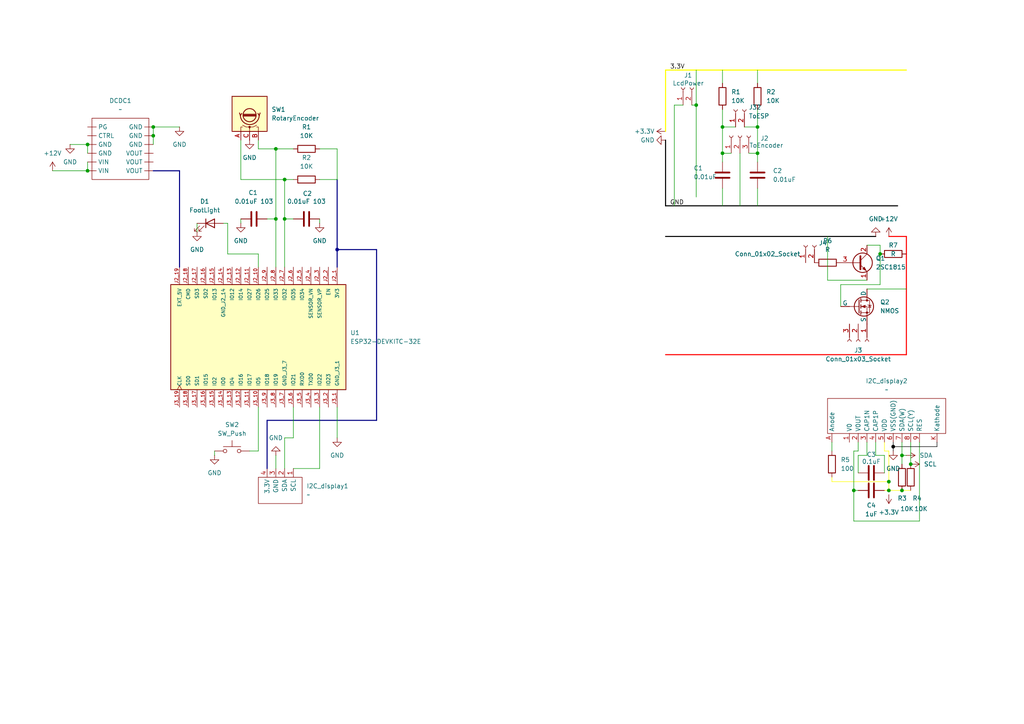
<source format=kicad_sch>
(kicad_sch
	(version 20250114)
	(generator "eeschema")
	(generator_version "9.0")
	(uuid "4b1b1fbf-b21b-4f4c-876f-805522f60356")
	(paper "A4")
	(title_block
		(title "400R-ESP")
		(date "2025-08-11")
		(company "rin;")
	)
	(lib_symbols
		(symbol "Connector:Conn_01x02_Socket"
			(pin_names
				(offset 1.016)
				(hide yes)
			)
			(exclude_from_sim no)
			(in_bom yes)
			(on_board yes)
			(property "Reference" "J"
				(at 0 2.54 0)
				(effects
					(font
						(size 1.27 1.27)
					)
				)
			)
			(property "Value" "Conn_01x02_Socket"
				(at 0 -5.08 0)
				(effects
					(font
						(size 1.27 1.27)
					)
				)
			)
			(property "Footprint" ""
				(at 0 0 0)
				(effects
					(font
						(size 1.27 1.27)
					)
					(hide yes)
				)
			)
			(property "Datasheet" "~"
				(at 0 0 0)
				(effects
					(font
						(size 1.27 1.27)
					)
					(hide yes)
				)
			)
			(property "Description" "Generic connector, single row, 01x02, script generated"
				(at 0 0 0)
				(effects
					(font
						(size 1.27 1.27)
					)
					(hide yes)
				)
			)
			(property "ki_locked" ""
				(at 0 0 0)
				(effects
					(font
						(size 1.27 1.27)
					)
				)
			)
			(property "ki_keywords" "connector"
				(at 0 0 0)
				(effects
					(font
						(size 1.27 1.27)
					)
					(hide yes)
				)
			)
			(property "ki_fp_filters" "Connector*:*_1x??_*"
				(at 0 0 0)
				(effects
					(font
						(size 1.27 1.27)
					)
					(hide yes)
				)
			)
			(symbol "Conn_01x02_Socket_1_1"
				(polyline
					(pts
						(xy -1.27 0) (xy -0.508 0)
					)
					(stroke
						(width 0.1524)
						(type default)
					)
					(fill
						(type none)
					)
				)
				(polyline
					(pts
						(xy -1.27 -2.54) (xy -0.508 -2.54)
					)
					(stroke
						(width 0.1524)
						(type default)
					)
					(fill
						(type none)
					)
				)
				(arc
					(start 0 -0.508)
					(mid -0.5058 0)
					(end 0 0.508)
					(stroke
						(width 0.1524)
						(type default)
					)
					(fill
						(type none)
					)
				)
				(arc
					(start 0 -3.048)
					(mid -0.5058 -2.54)
					(end 0 -2.032)
					(stroke
						(width 0.1524)
						(type default)
					)
					(fill
						(type none)
					)
				)
				(pin passive line
					(at -5.08 0 0)
					(length 3.81)
					(name "Pin_1"
						(effects
							(font
								(size 1.27 1.27)
							)
						)
					)
					(number "1"
						(effects
							(font
								(size 1.27 1.27)
							)
						)
					)
				)
				(pin passive line
					(at -5.08 -2.54 0)
					(length 3.81)
					(name "Pin_2"
						(effects
							(font
								(size 1.27 1.27)
							)
						)
					)
					(number "2"
						(effects
							(font
								(size 1.27 1.27)
							)
						)
					)
				)
			)
			(embedded_fonts no)
		)
		(symbol "Connector:Conn_01x03_Socket"
			(pin_names
				(offset 1.016)
				(hide yes)
			)
			(exclude_from_sim no)
			(in_bom yes)
			(on_board yes)
			(property "Reference" "J"
				(at 0 5.08 0)
				(effects
					(font
						(size 1.27 1.27)
					)
				)
			)
			(property "Value" "Conn_01x03_Socket"
				(at 0 -5.08 0)
				(effects
					(font
						(size 1.27 1.27)
					)
				)
			)
			(property "Footprint" ""
				(at 0 0 0)
				(effects
					(font
						(size 1.27 1.27)
					)
					(hide yes)
				)
			)
			(property "Datasheet" "~"
				(at 0 0 0)
				(effects
					(font
						(size 1.27 1.27)
					)
					(hide yes)
				)
			)
			(property "Description" "Generic connector, single row, 01x03, script generated"
				(at 0 0 0)
				(effects
					(font
						(size 1.27 1.27)
					)
					(hide yes)
				)
			)
			(property "ki_locked" ""
				(at 0 0 0)
				(effects
					(font
						(size 1.27 1.27)
					)
				)
			)
			(property "ki_keywords" "connector"
				(at 0 0 0)
				(effects
					(font
						(size 1.27 1.27)
					)
					(hide yes)
				)
			)
			(property "ki_fp_filters" "Connector*:*_1x??_*"
				(at 0 0 0)
				(effects
					(font
						(size 1.27 1.27)
					)
					(hide yes)
				)
			)
			(symbol "Conn_01x03_Socket_1_1"
				(polyline
					(pts
						(xy -1.27 2.54) (xy -0.508 2.54)
					)
					(stroke
						(width 0.1524)
						(type default)
					)
					(fill
						(type none)
					)
				)
				(polyline
					(pts
						(xy -1.27 0) (xy -0.508 0)
					)
					(stroke
						(width 0.1524)
						(type default)
					)
					(fill
						(type none)
					)
				)
				(polyline
					(pts
						(xy -1.27 -2.54) (xy -0.508 -2.54)
					)
					(stroke
						(width 0.1524)
						(type default)
					)
					(fill
						(type none)
					)
				)
				(arc
					(start 0 2.032)
					(mid -0.5058 2.54)
					(end 0 3.048)
					(stroke
						(width 0.1524)
						(type default)
					)
					(fill
						(type none)
					)
				)
				(arc
					(start 0 -0.508)
					(mid -0.5058 0)
					(end 0 0.508)
					(stroke
						(width 0.1524)
						(type default)
					)
					(fill
						(type none)
					)
				)
				(arc
					(start 0 -3.048)
					(mid -0.5058 -2.54)
					(end 0 -2.032)
					(stroke
						(width 0.1524)
						(type default)
					)
					(fill
						(type none)
					)
				)
				(pin passive line
					(at -5.08 2.54 0)
					(length 3.81)
					(name "Pin_1"
						(effects
							(font
								(size 1.27 1.27)
							)
						)
					)
					(number "1"
						(effects
							(font
								(size 1.27 1.27)
							)
						)
					)
				)
				(pin passive line
					(at -5.08 0 0)
					(length 3.81)
					(name "Pin_2"
						(effects
							(font
								(size 1.27 1.27)
							)
						)
					)
					(number "2"
						(effects
							(font
								(size 1.27 1.27)
							)
						)
					)
				)
				(pin passive line
					(at -5.08 -2.54 0)
					(length 3.81)
					(name "Pin_3"
						(effects
							(font
								(size 1.27 1.27)
							)
						)
					)
					(number "3"
						(effects
							(font
								(size 1.27 1.27)
							)
						)
					)
				)
			)
			(embedded_fonts no)
		)
		(symbol "Device:C"
			(pin_numbers
				(hide yes)
			)
			(pin_names
				(offset 0.254)
			)
			(exclude_from_sim no)
			(in_bom yes)
			(on_board yes)
			(property "Reference" "C"
				(at 0.635 2.54 0)
				(effects
					(font
						(size 1.27 1.27)
					)
					(justify left)
				)
			)
			(property "Value" "C"
				(at 0.635 -2.54 0)
				(effects
					(font
						(size 1.27 1.27)
					)
					(justify left)
				)
			)
			(property "Footprint" ""
				(at 0.9652 -3.81 0)
				(effects
					(font
						(size 1.27 1.27)
					)
					(hide yes)
				)
			)
			(property "Datasheet" "~"
				(at 0 0 0)
				(effects
					(font
						(size 1.27 1.27)
					)
					(hide yes)
				)
			)
			(property "Description" "Unpolarized capacitor"
				(at 0 0 0)
				(effects
					(font
						(size 1.27 1.27)
					)
					(hide yes)
				)
			)
			(property "ki_keywords" "cap capacitor"
				(at 0 0 0)
				(effects
					(font
						(size 1.27 1.27)
					)
					(hide yes)
				)
			)
			(property "ki_fp_filters" "C_*"
				(at 0 0 0)
				(effects
					(font
						(size 1.27 1.27)
					)
					(hide yes)
				)
			)
			(symbol "C_0_1"
				(polyline
					(pts
						(xy -2.032 0.762) (xy 2.032 0.762)
					)
					(stroke
						(width 0.508)
						(type default)
					)
					(fill
						(type none)
					)
				)
				(polyline
					(pts
						(xy -2.032 -0.762) (xy 2.032 -0.762)
					)
					(stroke
						(width 0.508)
						(type default)
					)
					(fill
						(type none)
					)
				)
			)
			(symbol "C_1_1"
				(pin passive line
					(at 0 3.81 270)
					(length 2.794)
					(name "~"
						(effects
							(font
								(size 1.27 1.27)
							)
						)
					)
					(number "1"
						(effects
							(font
								(size 1.27 1.27)
							)
						)
					)
				)
				(pin passive line
					(at 0 -3.81 90)
					(length 2.794)
					(name "~"
						(effects
							(font
								(size 1.27 1.27)
							)
						)
					)
					(number "2"
						(effects
							(font
								(size 1.27 1.27)
							)
						)
					)
				)
			)
			(embedded_fonts no)
		)
		(symbol "Device:LED"
			(pin_numbers
				(hide yes)
			)
			(pin_names
				(offset 1.016)
				(hide yes)
			)
			(exclude_from_sim no)
			(in_bom yes)
			(on_board yes)
			(property "Reference" "D"
				(at 0 2.54 0)
				(effects
					(font
						(size 1.27 1.27)
					)
				)
			)
			(property "Value" "LED"
				(at 0 -2.54 0)
				(effects
					(font
						(size 1.27 1.27)
					)
				)
			)
			(property "Footprint" ""
				(at 0 0 0)
				(effects
					(font
						(size 1.27 1.27)
					)
					(hide yes)
				)
			)
			(property "Datasheet" "~"
				(at 0 0 0)
				(effects
					(font
						(size 1.27 1.27)
					)
					(hide yes)
				)
			)
			(property "Description" "Light emitting diode"
				(at 0 0 0)
				(effects
					(font
						(size 1.27 1.27)
					)
					(hide yes)
				)
			)
			(property "Sim.Pins" "1=K 2=A"
				(at 0 0 0)
				(effects
					(font
						(size 1.27 1.27)
					)
					(hide yes)
				)
			)
			(property "ki_keywords" "LED diode"
				(at 0 0 0)
				(effects
					(font
						(size 1.27 1.27)
					)
					(hide yes)
				)
			)
			(property "ki_fp_filters" "LED* LED_SMD:* LED_THT:*"
				(at 0 0 0)
				(effects
					(font
						(size 1.27 1.27)
					)
					(hide yes)
				)
			)
			(symbol "LED_0_1"
				(polyline
					(pts
						(xy -3.048 -0.762) (xy -4.572 -2.286) (xy -3.81 -2.286) (xy -4.572 -2.286) (xy -4.572 -1.524)
					)
					(stroke
						(width 0)
						(type default)
					)
					(fill
						(type none)
					)
				)
				(polyline
					(pts
						(xy -1.778 -0.762) (xy -3.302 -2.286) (xy -2.54 -2.286) (xy -3.302 -2.286) (xy -3.302 -1.524)
					)
					(stroke
						(width 0)
						(type default)
					)
					(fill
						(type none)
					)
				)
				(polyline
					(pts
						(xy -1.27 0) (xy 1.27 0)
					)
					(stroke
						(width 0)
						(type default)
					)
					(fill
						(type none)
					)
				)
				(polyline
					(pts
						(xy -1.27 -1.27) (xy -1.27 1.27)
					)
					(stroke
						(width 0.254)
						(type default)
					)
					(fill
						(type none)
					)
				)
				(polyline
					(pts
						(xy 1.27 -1.27) (xy 1.27 1.27) (xy -1.27 0) (xy 1.27 -1.27)
					)
					(stroke
						(width 0.254)
						(type default)
					)
					(fill
						(type none)
					)
				)
			)
			(symbol "LED_1_1"
				(pin passive line
					(at -3.81 0 0)
					(length 2.54)
					(name "K"
						(effects
							(font
								(size 1.27 1.27)
							)
						)
					)
					(number "1"
						(effects
							(font
								(size 1.27 1.27)
							)
						)
					)
				)
				(pin passive line
					(at 3.81 0 180)
					(length 2.54)
					(name "A"
						(effects
							(font
								(size 1.27 1.27)
							)
						)
					)
					(number "2"
						(effects
							(font
								(size 1.27 1.27)
							)
						)
					)
				)
			)
			(embedded_fonts no)
		)
		(symbol "Device:R"
			(pin_numbers
				(hide yes)
			)
			(pin_names
				(offset 0)
			)
			(exclude_from_sim no)
			(in_bom yes)
			(on_board yes)
			(property "Reference" "R"
				(at 2.032 0 90)
				(effects
					(font
						(size 1.27 1.27)
					)
				)
			)
			(property "Value" "R"
				(at 0 0 90)
				(effects
					(font
						(size 1.27 1.27)
					)
				)
			)
			(property "Footprint" ""
				(at -1.778 0 90)
				(effects
					(font
						(size 1.27 1.27)
					)
					(hide yes)
				)
			)
			(property "Datasheet" "~"
				(at 0 0 0)
				(effects
					(font
						(size 1.27 1.27)
					)
					(hide yes)
				)
			)
			(property "Description" "Resistor"
				(at 0 0 0)
				(effects
					(font
						(size 1.27 1.27)
					)
					(hide yes)
				)
			)
			(property "ki_keywords" "R res resistor"
				(at 0 0 0)
				(effects
					(font
						(size 1.27 1.27)
					)
					(hide yes)
				)
			)
			(property "ki_fp_filters" "R_*"
				(at 0 0 0)
				(effects
					(font
						(size 1.27 1.27)
					)
					(hide yes)
				)
			)
			(symbol "R_0_1"
				(rectangle
					(start -1.016 -2.54)
					(end 1.016 2.54)
					(stroke
						(width 0.254)
						(type default)
					)
					(fill
						(type none)
					)
				)
			)
			(symbol "R_1_1"
				(pin passive line
					(at 0 3.81 270)
					(length 1.27)
					(name "~"
						(effects
							(font
								(size 1.27 1.27)
							)
						)
					)
					(number "1"
						(effects
							(font
								(size 1.27 1.27)
							)
						)
					)
				)
				(pin passive line
					(at 0 -3.81 90)
					(length 1.27)
					(name "~"
						(effects
							(font
								(size 1.27 1.27)
							)
						)
					)
					(number "2"
						(effects
							(font
								(size 1.27 1.27)
							)
						)
					)
				)
			)
			(embedded_fonts no)
		)
		(symbol "Device:RotaryEncoder"
			(pin_names
				(offset 0.254)
				(hide yes)
			)
			(exclude_from_sim no)
			(in_bom yes)
			(on_board yes)
			(property "Reference" "SW"
				(at 0 6.604 0)
				(effects
					(font
						(size 1.27 1.27)
					)
				)
			)
			(property "Value" "RotaryEncoder"
				(at 0 -6.604 0)
				(effects
					(font
						(size 1.27 1.27)
					)
				)
			)
			(property "Footprint" ""
				(at -3.81 4.064 0)
				(effects
					(font
						(size 1.27 1.27)
					)
					(hide yes)
				)
			)
			(property "Datasheet" "~"
				(at 0 6.604 0)
				(effects
					(font
						(size 1.27 1.27)
					)
					(hide yes)
				)
			)
			(property "Description" "Rotary encoder, dual channel, incremental quadrate outputs"
				(at 0 0 0)
				(effects
					(font
						(size 1.27 1.27)
					)
					(hide yes)
				)
			)
			(property "ki_keywords" "rotary switch encoder"
				(at 0 0 0)
				(effects
					(font
						(size 1.27 1.27)
					)
					(hide yes)
				)
			)
			(property "ki_fp_filters" "RotaryEncoder*"
				(at 0 0 0)
				(effects
					(font
						(size 1.27 1.27)
					)
					(hide yes)
				)
			)
			(symbol "RotaryEncoder_0_1"
				(rectangle
					(start -5.08 5.08)
					(end 5.08 -5.08)
					(stroke
						(width 0.254)
						(type default)
					)
					(fill
						(type background)
					)
				)
				(polyline
					(pts
						(xy -5.08 2.54) (xy -3.81 2.54) (xy -3.81 2.032)
					)
					(stroke
						(width 0)
						(type default)
					)
					(fill
						(type none)
					)
				)
				(polyline
					(pts
						(xy -5.08 0) (xy -3.81 0) (xy -3.81 -1.016) (xy -3.302 -2.032)
					)
					(stroke
						(width 0)
						(type default)
					)
					(fill
						(type none)
					)
				)
				(polyline
					(pts
						(xy -5.08 -2.54) (xy -3.81 -2.54) (xy -3.81 -2.032)
					)
					(stroke
						(width 0)
						(type default)
					)
					(fill
						(type none)
					)
				)
				(polyline
					(pts
						(xy -4.318 0) (xy -3.81 0) (xy -3.81 1.016) (xy -3.302 2.032)
					)
					(stroke
						(width 0)
						(type default)
					)
					(fill
						(type none)
					)
				)
				(circle
					(center -3.81 0)
					(radius 0.254)
					(stroke
						(width 0)
						(type default)
					)
					(fill
						(type outline)
					)
				)
				(polyline
					(pts
						(xy -0.635 -1.778) (xy -0.635 1.778)
					)
					(stroke
						(width 0.254)
						(type default)
					)
					(fill
						(type none)
					)
				)
				(circle
					(center -0.381 0)
					(radius 1.905)
					(stroke
						(width 0.254)
						(type default)
					)
					(fill
						(type none)
					)
				)
				(polyline
					(pts
						(xy -0.381 -1.778) (xy -0.381 1.778)
					)
					(stroke
						(width 0.254)
						(type default)
					)
					(fill
						(type none)
					)
				)
				(arc
					(start -0.381 -2.794)
					(mid -3.0988 -0.0635)
					(end -0.381 2.667)
					(stroke
						(width 0.254)
						(type default)
					)
					(fill
						(type none)
					)
				)
				(polyline
					(pts
						(xy -0.127 1.778) (xy -0.127 -1.778)
					)
					(stroke
						(width 0.254)
						(type default)
					)
					(fill
						(type none)
					)
				)
				(polyline
					(pts
						(xy 0.254 2.921) (xy -0.508 2.667) (xy 0.127 2.286)
					)
					(stroke
						(width 0.254)
						(type default)
					)
					(fill
						(type none)
					)
				)
				(polyline
					(pts
						(xy 0.254 -3.048) (xy -0.508 -2.794) (xy 0.127 -2.413)
					)
					(stroke
						(width 0.254)
						(type default)
					)
					(fill
						(type none)
					)
				)
			)
			(symbol "RotaryEncoder_1_1"
				(pin passive line
					(at -7.62 2.54 0)
					(length 2.54)
					(name "A"
						(effects
							(font
								(size 1.27 1.27)
							)
						)
					)
					(number "A"
						(effects
							(font
								(size 1.27 1.27)
							)
						)
					)
				)
				(pin passive line
					(at -7.62 0 0)
					(length 2.54)
					(name "C"
						(effects
							(font
								(size 1.27 1.27)
							)
						)
					)
					(number "C"
						(effects
							(font
								(size 1.27 1.27)
							)
						)
					)
				)
				(pin passive line
					(at -7.62 -2.54 0)
					(length 2.54)
					(name "B"
						(effects
							(font
								(size 1.27 1.27)
							)
						)
					)
					(number "B"
						(effects
							(font
								(size 1.27 1.27)
							)
						)
					)
				)
			)
			(embedded_fonts no)
		)
		(symbol "ESP32-Devkit:ESP32-DEVKITC-32E"
			(pin_names
				(offset 1.016)
			)
			(exclude_from_sim no)
			(in_bom yes)
			(on_board yes)
			(property "Reference" "U"
				(at -15.24 26.162 0)
				(effects
					(font
						(size 1.27 1.27)
					)
					(justify left bottom)
				)
			)
			(property "Value" "ESP32-DEVKITC-32E"
				(at -15.24 -27.94 0)
				(effects
					(font
						(size 1.27 1.27)
					)
					(justify left bottom)
				)
			)
			(property "Footprint" "ESP32-DEVKITC-32E:MODULE_ESP32-DEVKITC-32E"
				(at 0 0 0)
				(effects
					(font
						(size 1.27 1.27)
					)
					(justify bottom)
					(hide yes)
				)
			)
			(property "Datasheet" ""
				(at 0 0 0)
				(effects
					(font
						(size 1.27 1.27)
					)
					(hide yes)
				)
			)
			(property "Description" ""
				(at 0 0 0)
				(effects
					(font
						(size 1.27 1.27)
					)
					(hide yes)
				)
			)
			(property "PARTREV" "1.4"
				(at 0 0 0)
				(effects
					(font
						(size 1.27 1.27)
					)
					(justify bottom)
					(hide yes)
				)
			)
			(property "STANDARD" "Manufacturer Recommendations"
				(at 0 0 0)
				(effects
					(font
						(size 1.27 1.27)
					)
					(justify bottom)
					(hide yes)
				)
			)
			(property "MANUFACTURER" "Espressif Systems"
				(at 0 0 0)
				(effects
					(font
						(size 1.27 1.27)
					)
					(justify bottom)
					(hide yes)
				)
			)
			(symbol "ESP32-DEVKITC-32E_0_0"
				(rectangle
					(start -15.24 -25.4)
					(end 15.24 25.4)
					(stroke
						(width 0.254)
						(type default)
					)
					(fill
						(type background)
					)
				)
				(pin power_in line
					(at -20.32 22.86 0)
					(length 5.08)
					(name "3V3"
						(effects
							(font
								(size 1.016 1.016)
							)
						)
					)
					(number "J2_1"
						(effects
							(font
								(size 1.016 1.016)
							)
						)
					)
				)
				(pin input line
					(at -20.32 20.32 0)
					(length 5.08)
					(name "EN"
						(effects
							(font
								(size 1.016 1.016)
							)
						)
					)
					(number "J2_2"
						(effects
							(font
								(size 1.016 1.016)
							)
						)
					)
				)
				(pin bidirectional line
					(at -20.32 17.78 0)
					(length 5.08)
					(name "SENSOR_VP"
						(effects
							(font
								(size 1.016 1.016)
							)
						)
					)
					(number "J2_3"
						(effects
							(font
								(size 1.016 1.016)
							)
						)
					)
				)
				(pin bidirectional line
					(at -20.32 15.24 0)
					(length 5.08)
					(name "SENSOR_VN"
						(effects
							(font
								(size 1.016 1.016)
							)
						)
					)
					(number "J2_4"
						(effects
							(font
								(size 1.016 1.016)
							)
						)
					)
				)
				(pin bidirectional line
					(at -20.32 12.7 0)
					(length 5.08)
					(name "IO34"
						(effects
							(font
								(size 1.016 1.016)
							)
						)
					)
					(number "J2_5"
						(effects
							(font
								(size 1.016 1.016)
							)
						)
					)
				)
				(pin bidirectional line
					(at -20.32 10.16 0)
					(length 5.08)
					(name "IO35"
						(effects
							(font
								(size 1.016 1.016)
							)
						)
					)
					(number "J2_6"
						(effects
							(font
								(size 1.016 1.016)
							)
						)
					)
				)
				(pin bidirectional line
					(at -20.32 7.62 0)
					(length 5.08)
					(name "IO32"
						(effects
							(font
								(size 1.016 1.016)
							)
						)
					)
					(number "J2_7"
						(effects
							(font
								(size 1.016 1.016)
							)
						)
					)
				)
				(pin bidirectional line
					(at -20.32 5.08 0)
					(length 5.08)
					(name "IO33"
						(effects
							(font
								(size 1.016 1.016)
							)
						)
					)
					(number "J2_8"
						(effects
							(font
								(size 1.016 1.016)
							)
						)
					)
				)
				(pin bidirectional line
					(at -20.32 2.54 0)
					(length 5.08)
					(name "IO25"
						(effects
							(font
								(size 1.016 1.016)
							)
						)
					)
					(number "J2_9"
						(effects
							(font
								(size 1.016 1.016)
							)
						)
					)
				)
				(pin bidirectional line
					(at -20.32 0 0)
					(length 5.08)
					(name "IO26"
						(effects
							(font
								(size 1.016 1.016)
							)
						)
					)
					(number "J2_10"
						(effects
							(font
								(size 1.016 1.016)
							)
						)
					)
				)
				(pin bidirectional line
					(at -20.32 -2.54 0)
					(length 5.08)
					(name "IO27"
						(effects
							(font
								(size 1.016 1.016)
							)
						)
					)
					(number "J2_11"
						(effects
							(font
								(size 1.016 1.016)
							)
						)
					)
				)
				(pin bidirectional line
					(at -20.32 -5.08 0)
					(length 5.08)
					(name "IO14"
						(effects
							(font
								(size 1.016 1.016)
							)
						)
					)
					(number "J2_12"
						(effects
							(font
								(size 1.016 1.016)
							)
						)
					)
				)
				(pin bidirectional line
					(at -20.32 -7.62 0)
					(length 5.08)
					(name "IO12"
						(effects
							(font
								(size 1.016 1.016)
							)
						)
					)
					(number "J2_13"
						(effects
							(font
								(size 1.016 1.016)
							)
						)
					)
				)
				(pin power_in line
					(at -20.32 -10.16 0)
					(length 5.08)
					(name "GND_J2_14"
						(effects
							(font
								(size 1.016 1.016)
							)
						)
					)
					(number "J2_14"
						(effects
							(font
								(size 1.016 1.016)
							)
						)
					)
				)
				(pin bidirectional line
					(at -20.32 -12.7 0)
					(length 5.08)
					(name "IO13"
						(effects
							(font
								(size 1.016 1.016)
							)
						)
					)
					(number "J2_15"
						(effects
							(font
								(size 1.016 1.016)
							)
						)
					)
				)
				(pin bidirectional line
					(at -20.32 -15.24 0)
					(length 5.08)
					(name "SD2"
						(effects
							(font
								(size 1.016 1.016)
							)
						)
					)
					(number "J2_16"
						(effects
							(font
								(size 1.016 1.016)
							)
						)
					)
				)
				(pin bidirectional line
					(at -20.32 -17.78 0)
					(length 5.08)
					(name "SD3"
						(effects
							(font
								(size 1.016 1.016)
							)
						)
					)
					(number "J2_17"
						(effects
							(font
								(size 1.016 1.016)
							)
						)
					)
				)
				(pin bidirectional line
					(at -20.32 -20.32 0)
					(length 5.08)
					(name "CMD"
						(effects
							(font
								(size 1.016 1.016)
							)
						)
					)
					(number "J2_18"
						(effects
							(font
								(size 1.016 1.016)
							)
						)
					)
				)
				(pin power_in line
					(at -20.32 -22.86 0)
					(length 5.08)
					(name "EXT_5V"
						(effects
							(font
								(size 1.016 1.016)
							)
						)
					)
					(number "J2_19"
						(effects
							(font
								(size 1.016 1.016)
							)
						)
					)
				)
				(pin power_in line
					(at 20.32 22.86 180)
					(length 5.08)
					(name "GND_J3_1"
						(effects
							(font
								(size 1.016 1.016)
							)
						)
					)
					(number "J3_1"
						(effects
							(font
								(size 1.016 1.016)
							)
						)
					)
				)
				(pin bidirectional line
					(at 20.32 20.32 180)
					(length 5.08)
					(name "IO23"
						(effects
							(font
								(size 1.016 1.016)
							)
						)
					)
					(number "J3_2"
						(effects
							(font
								(size 1.016 1.016)
							)
						)
					)
				)
				(pin bidirectional line
					(at 20.32 17.78 180)
					(length 5.08)
					(name "IO22"
						(effects
							(font
								(size 1.016 1.016)
							)
						)
					)
					(number "J3_3"
						(effects
							(font
								(size 1.016 1.016)
							)
						)
					)
				)
				(pin bidirectional line
					(at 20.32 15.24 180)
					(length 5.08)
					(name "TXD0"
						(effects
							(font
								(size 1.016 1.016)
							)
						)
					)
					(number "J3_4"
						(effects
							(font
								(size 1.016 1.016)
							)
						)
					)
				)
				(pin bidirectional line
					(at 20.32 12.7 180)
					(length 5.08)
					(name "RXD0"
						(effects
							(font
								(size 1.016 1.016)
							)
						)
					)
					(number "J3_5"
						(effects
							(font
								(size 1.016 1.016)
							)
						)
					)
				)
				(pin bidirectional line
					(at 20.32 10.16 180)
					(length 5.08)
					(name "IO21"
						(effects
							(font
								(size 1.016 1.016)
							)
						)
					)
					(number "J3_6"
						(effects
							(font
								(size 1.016 1.016)
							)
						)
					)
				)
				(pin power_in line
					(at 20.32 7.62 180)
					(length 5.08)
					(name "GND_J3_7"
						(effects
							(font
								(size 1.016 1.016)
							)
						)
					)
					(number "J3_7"
						(effects
							(font
								(size 1.016 1.016)
							)
						)
					)
				)
				(pin bidirectional line
					(at 20.32 5.08 180)
					(length 5.08)
					(name "IO19"
						(effects
							(font
								(size 1.016 1.016)
							)
						)
					)
					(number "J3_8"
						(effects
							(font
								(size 1.016 1.016)
							)
						)
					)
				)
				(pin bidirectional line
					(at 20.32 2.54 180)
					(length 5.08)
					(name "IO18"
						(effects
							(font
								(size 1.016 1.016)
							)
						)
					)
					(number "J3_9"
						(effects
							(font
								(size 1.016 1.016)
							)
						)
					)
				)
				(pin bidirectional line
					(at 20.32 0 180)
					(length 5.08)
					(name "IO5"
						(effects
							(font
								(size 1.016 1.016)
							)
						)
					)
					(number "J3_10"
						(effects
							(font
								(size 1.016 1.016)
							)
						)
					)
				)
				(pin bidirectional line
					(at 20.32 -2.54 180)
					(length 5.08)
					(name "IO17"
						(effects
							(font
								(size 1.016 1.016)
							)
						)
					)
					(number "J3_11"
						(effects
							(font
								(size 1.016 1.016)
							)
						)
					)
				)
				(pin bidirectional line
					(at 20.32 -5.08 180)
					(length 5.08)
					(name "IO16"
						(effects
							(font
								(size 1.016 1.016)
							)
						)
					)
					(number "J3_12"
						(effects
							(font
								(size 1.016 1.016)
							)
						)
					)
				)
				(pin bidirectional line
					(at 20.32 -7.62 180)
					(length 5.08)
					(name "IO4"
						(effects
							(font
								(size 1.016 1.016)
							)
						)
					)
					(number "J3_13"
						(effects
							(font
								(size 1.016 1.016)
							)
						)
					)
				)
				(pin bidirectional line
					(at 20.32 -10.16 180)
					(length 5.08)
					(name "IO0"
						(effects
							(font
								(size 1.016 1.016)
							)
						)
					)
					(number "J3_14"
						(effects
							(font
								(size 1.016 1.016)
							)
						)
					)
				)
				(pin bidirectional line
					(at 20.32 -12.7 180)
					(length 5.08)
					(name "IO2"
						(effects
							(font
								(size 1.016 1.016)
							)
						)
					)
					(number "J3_15"
						(effects
							(font
								(size 1.016 1.016)
							)
						)
					)
				)
				(pin bidirectional line
					(at 20.32 -15.24 180)
					(length 5.08)
					(name "IO15"
						(effects
							(font
								(size 1.016 1.016)
							)
						)
					)
					(number "J3_16"
						(effects
							(font
								(size 1.016 1.016)
							)
						)
					)
				)
				(pin bidirectional line
					(at 20.32 -17.78 180)
					(length 5.08)
					(name "SD1"
						(effects
							(font
								(size 1.016 1.016)
							)
						)
					)
					(number "J3_17"
						(effects
							(font
								(size 1.016 1.016)
							)
						)
					)
				)
				(pin bidirectional line
					(at 20.32 -20.32 180)
					(length 5.08)
					(name "SD0"
						(effects
							(font
								(size 1.016 1.016)
							)
						)
					)
					(number "J3_18"
						(effects
							(font
								(size 1.016 1.016)
							)
						)
					)
				)
				(pin bidirectional clock
					(at 20.32 -22.86 180)
					(length 5.08)
					(name "CLK"
						(effects
							(font
								(size 1.016 1.016)
							)
						)
					)
					(number "J3_19"
						(effects
							(font
								(size 1.016 1.016)
							)
						)
					)
				)
			)
			(embedded_fonts no)
		)
		(symbol "Simulation_SPICE:NMOS"
			(pin_numbers
				(hide yes)
			)
			(pin_names
				(offset 0)
			)
			(exclude_from_sim no)
			(in_bom yes)
			(on_board yes)
			(property "Reference" "Q"
				(at 5.08 1.27 0)
				(effects
					(font
						(size 1.27 1.27)
					)
					(justify left)
				)
			)
			(property "Value" "NMOS"
				(at 5.08 -1.27 0)
				(effects
					(font
						(size 1.27 1.27)
					)
					(justify left)
				)
			)
			(property "Footprint" ""
				(at 5.08 2.54 0)
				(effects
					(font
						(size 1.27 1.27)
					)
					(hide yes)
				)
			)
			(property "Datasheet" "https://ngspice.sourceforge.io/docs/ngspice-html-manual/manual.xhtml#cha_MOSFETs"
				(at 0 -12.7 0)
				(effects
					(font
						(size 1.27 1.27)
					)
					(hide yes)
				)
			)
			(property "Description" "N-MOSFET transistor, drain/source/gate"
				(at 0 0 0)
				(effects
					(font
						(size 1.27 1.27)
					)
					(hide yes)
				)
			)
			(property "Sim.Device" "NMOS"
				(at 0 -17.145 0)
				(effects
					(font
						(size 1.27 1.27)
					)
					(hide yes)
				)
			)
			(property "Sim.Type" "VDMOS"
				(at 0 -19.05 0)
				(effects
					(font
						(size 1.27 1.27)
					)
					(hide yes)
				)
			)
			(property "Sim.Pins" "1=D 2=G 3=S"
				(at 0 -15.24 0)
				(effects
					(font
						(size 1.27 1.27)
					)
					(hide yes)
				)
			)
			(property "ki_keywords" "transistor NMOS N-MOS N-MOSFET simulation"
				(at 0 0 0)
				(effects
					(font
						(size 1.27 1.27)
					)
					(hide yes)
				)
			)
			(symbol "NMOS_0_1"
				(polyline
					(pts
						(xy 0.254 1.905) (xy 0.254 -1.905)
					)
					(stroke
						(width 0.254)
						(type default)
					)
					(fill
						(type none)
					)
				)
				(polyline
					(pts
						(xy 0.254 0) (xy -2.54 0)
					)
					(stroke
						(width 0)
						(type default)
					)
					(fill
						(type none)
					)
				)
				(polyline
					(pts
						(xy 0.762 2.286) (xy 0.762 1.27)
					)
					(stroke
						(width 0.254)
						(type default)
					)
					(fill
						(type none)
					)
				)
				(polyline
					(pts
						(xy 0.762 0.508) (xy 0.762 -0.508)
					)
					(stroke
						(width 0.254)
						(type default)
					)
					(fill
						(type none)
					)
				)
				(polyline
					(pts
						(xy 0.762 -1.27) (xy 0.762 -2.286)
					)
					(stroke
						(width 0.254)
						(type default)
					)
					(fill
						(type none)
					)
				)
				(polyline
					(pts
						(xy 0.762 -1.778) (xy 3.302 -1.778) (xy 3.302 1.778) (xy 0.762 1.778)
					)
					(stroke
						(width 0)
						(type default)
					)
					(fill
						(type none)
					)
				)
				(polyline
					(pts
						(xy 1.016 0) (xy 2.032 0.381) (xy 2.032 -0.381) (xy 1.016 0)
					)
					(stroke
						(width 0)
						(type default)
					)
					(fill
						(type outline)
					)
				)
				(circle
					(center 1.651 0)
					(radius 2.794)
					(stroke
						(width 0.254)
						(type default)
					)
					(fill
						(type none)
					)
				)
				(polyline
					(pts
						(xy 2.54 2.54) (xy 2.54 1.778)
					)
					(stroke
						(width 0)
						(type default)
					)
					(fill
						(type none)
					)
				)
				(circle
					(center 2.54 1.778)
					(radius 0.254)
					(stroke
						(width 0)
						(type default)
					)
					(fill
						(type outline)
					)
				)
				(circle
					(center 2.54 -1.778)
					(radius 0.254)
					(stroke
						(width 0)
						(type default)
					)
					(fill
						(type outline)
					)
				)
				(polyline
					(pts
						(xy 2.54 -2.54) (xy 2.54 0) (xy 0.762 0)
					)
					(stroke
						(width 0)
						(type default)
					)
					(fill
						(type none)
					)
				)
				(polyline
					(pts
						(xy 2.794 0.508) (xy 2.921 0.381) (xy 3.683 0.381) (xy 3.81 0.254)
					)
					(stroke
						(width 0)
						(type default)
					)
					(fill
						(type none)
					)
				)
				(polyline
					(pts
						(xy 3.302 0.381) (xy 2.921 -0.254) (xy 3.683 -0.254) (xy 3.302 0.381)
					)
					(stroke
						(width 0)
						(type default)
					)
					(fill
						(type none)
					)
				)
			)
			(symbol "NMOS_1_1"
				(pin input line
					(at -5.08 0 0)
					(length 2.54)
					(name "G"
						(effects
							(font
								(size 1.27 1.27)
							)
						)
					)
					(number "2"
						(effects
							(font
								(size 1.27 1.27)
							)
						)
					)
				)
				(pin passive line
					(at 2.54 5.08 270)
					(length 2.54)
					(name "D"
						(effects
							(font
								(size 1.27 1.27)
							)
						)
					)
					(number "1"
						(effects
							(font
								(size 1.27 1.27)
							)
						)
					)
				)
				(pin passive line
					(at 2.54 -5.08 90)
					(length 2.54)
					(name "S"
						(effects
							(font
								(size 1.27 1.27)
							)
						)
					)
					(number "3"
						(effects
							(font
								(size 1.27 1.27)
							)
						)
					)
				)
			)
			(embedded_fonts no)
		)
		(symbol "Switch:SW_Push"
			(pin_numbers
				(hide yes)
			)
			(pin_names
				(offset 1.016)
				(hide yes)
			)
			(exclude_from_sim no)
			(in_bom yes)
			(on_board yes)
			(property "Reference" "SW"
				(at 1.27 2.54 0)
				(effects
					(font
						(size 1.27 1.27)
					)
					(justify left)
				)
			)
			(property "Value" "SW_Push"
				(at 0 -1.524 0)
				(effects
					(font
						(size 1.27 1.27)
					)
				)
			)
			(property "Footprint" ""
				(at 0 5.08 0)
				(effects
					(font
						(size 1.27 1.27)
					)
					(hide yes)
				)
			)
			(property "Datasheet" "~"
				(at 0 5.08 0)
				(effects
					(font
						(size 1.27 1.27)
					)
					(hide yes)
				)
			)
			(property "Description" "Push button switch, generic, two pins"
				(at 0 0 0)
				(effects
					(font
						(size 1.27 1.27)
					)
					(hide yes)
				)
			)
			(property "ki_keywords" "switch normally-open pushbutton push-button"
				(at 0 0 0)
				(effects
					(font
						(size 1.27 1.27)
					)
					(hide yes)
				)
			)
			(symbol "SW_Push_0_1"
				(circle
					(center -2.032 0)
					(radius 0.508)
					(stroke
						(width 0)
						(type default)
					)
					(fill
						(type none)
					)
				)
				(polyline
					(pts
						(xy 0 1.27) (xy 0 3.048)
					)
					(stroke
						(width 0)
						(type default)
					)
					(fill
						(type none)
					)
				)
				(circle
					(center 2.032 0)
					(radius 0.508)
					(stroke
						(width 0)
						(type default)
					)
					(fill
						(type none)
					)
				)
				(polyline
					(pts
						(xy 2.54 1.27) (xy -2.54 1.27)
					)
					(stroke
						(width 0)
						(type default)
					)
					(fill
						(type none)
					)
				)
				(pin passive line
					(at -5.08 0 0)
					(length 2.54)
					(name "1"
						(effects
							(font
								(size 1.27 1.27)
							)
						)
					)
					(number "1"
						(effects
							(font
								(size 1.27 1.27)
							)
						)
					)
				)
				(pin passive line
					(at 5.08 0 180)
					(length 2.54)
					(name "2"
						(effects
							(font
								(size 1.27 1.27)
							)
						)
					)
					(number "2"
						(effects
							(font
								(size 1.27 1.27)
							)
						)
					)
				)
			)
			(embedded_fonts no)
		)
		(symbol "Transistor_BJT:2SC1815"
			(pin_names
				(offset 0)
				(hide yes)
			)
			(exclude_from_sim no)
			(in_bom yes)
			(on_board yes)
			(property "Reference" "Q"
				(at 5.08 1.905 0)
				(effects
					(font
						(size 1.27 1.27)
					)
					(justify left)
				)
			)
			(property "Value" "2SC1815"
				(at 5.08 0 0)
				(effects
					(font
						(size 1.27 1.27)
					)
					(justify left)
				)
			)
			(property "Footprint" "Package_TO_SOT_THT:TO-92_Inline"
				(at 5.08 -1.905 0)
				(effects
					(font
						(size 1.27 1.27)
						(italic yes)
					)
					(justify left)
					(hide yes)
				)
			)
			(property "Datasheet" "https://media.digikey.com/pdf/Data%20Sheets/Toshiba%20PDFs/2SC1815.pdf"
				(at 0 0 0)
				(effects
					(font
						(size 1.27 1.27)
					)
					(justify left)
					(hide yes)
				)
			)
			(property "Description" "0.15A Ic, 50V Vce, Low Noise Audio NPN Transistor, TO-92"
				(at 0 0 0)
				(effects
					(font
						(size 1.27 1.27)
					)
					(hide yes)
				)
			)
			(property "ki_keywords" "Low Noise Audio NPN Transistor"
				(at 0 0 0)
				(effects
					(font
						(size 1.27 1.27)
					)
					(hide yes)
				)
			)
			(property "ki_fp_filters" "TO?92*"
				(at 0 0 0)
				(effects
					(font
						(size 1.27 1.27)
					)
					(hide yes)
				)
			)
			(symbol "2SC1815_0_1"
				(polyline
					(pts
						(xy -2.54 0) (xy 0.635 0)
					)
					(stroke
						(width 0)
						(type default)
					)
					(fill
						(type none)
					)
				)
				(polyline
					(pts
						(xy 0.635 1.905) (xy 0.635 -1.905)
					)
					(stroke
						(width 0.508)
						(type default)
					)
					(fill
						(type none)
					)
				)
				(circle
					(center 1.27 0)
					(radius 2.8194)
					(stroke
						(width 0.254)
						(type default)
					)
					(fill
						(type none)
					)
				)
			)
			(symbol "2SC1815_1_1"
				(polyline
					(pts
						(xy 0.635 0.635) (xy 2.54 2.54)
					)
					(stroke
						(width 0)
						(type default)
					)
					(fill
						(type none)
					)
				)
				(polyline
					(pts
						(xy 0.635 -0.635) (xy 2.54 -2.54)
					)
					(stroke
						(width 0)
						(type default)
					)
					(fill
						(type none)
					)
				)
				(polyline
					(pts
						(xy 1.27 -1.778) (xy 1.778 -1.27) (xy 2.286 -2.286) (xy 1.27 -1.778)
					)
					(stroke
						(width 0)
						(type default)
					)
					(fill
						(type outline)
					)
				)
				(pin input line
					(at -5.08 0 0)
					(length 2.54)
					(name "B"
						(effects
							(font
								(size 1.27 1.27)
							)
						)
					)
					(number "3"
						(effects
							(font
								(size 1.27 1.27)
							)
						)
					)
				)
				(pin passive line
					(at 2.54 5.08 270)
					(length 2.54)
					(name "C"
						(effects
							(font
								(size 1.27 1.27)
							)
						)
					)
					(number "2"
						(effects
							(font
								(size 1.27 1.27)
							)
						)
					)
				)
				(pin passive line
					(at 2.54 -5.08 90)
					(length 2.54)
					(name "E"
						(effects
							(font
								(size 1.27 1.27)
							)
						)
					)
					(number "1"
						(effects
							(font
								(size 1.27 1.27)
							)
						)
					)
				)
			)
			(embedded_fonts no)
		)
		(symbol "dcdc_MYMGK00506ERSR_115108:DCDC_MYMGK00506ERSR_115108"
			(exclude_from_sim no)
			(in_bom no)
			(on_board no)
			(property "Reference" "DCDC1"
				(at -0.635 8.89 0)
				(effects
					(font
						(size 1.27 1.27)
					)
				)
			)
			(property "Value" "~"
				(at -0.635 6.35 0)
				(effects
					(font
						(size 1.27 1.27)
					)
				)
			)
			(property "Footprint" ""
				(at 0 0 0)
				(effects
					(font
						(size 1.27 1.27)
					)
					(hide yes)
				)
			)
			(property "Datasheet" ""
				(at 0 0 0)
				(effects
					(font
						(size 1.27 1.27)
					)
					(hide yes)
				)
			)
			(property "Description" ""
				(at 0 0 0)
				(effects
					(font
						(size 1.27 1.27)
					)
					(hide yes)
				)
			)
			(symbol "DCDC_MYMGK00506ERSR_115108_0_1"
				(rectangle
					(start -8.89 3.81)
					(end 7.62 -13.97)
					(stroke
						(width 0)
						(type default)
					)
					(fill
						(type none)
					)
				)
			)
			(symbol "DCDC_MYMGK00506ERSR_115108_1_1"
				(pin input line
					(at -10.16 1.27 0)
					(length 2.54)
					(name "PG"
						(effects
							(font
								(size 1.27 1.27)
							)
						)
					)
					(number ""
						(effects
							(font
								(size 1.27 1.27)
							)
						)
					)
				)
				(pin input line
					(at -10.16 -1.27 0)
					(length 2.54)
					(name "CTRL"
						(effects
							(font
								(size 1.27 1.27)
							)
						)
					)
					(number ""
						(effects
							(font
								(size 1.27 1.27)
							)
						)
					)
				)
				(pin output line
					(at -10.16 -3.81 0)
					(length 2.54)
					(name "GND"
						(effects
							(font
								(size 1.27 1.27)
							)
						)
					)
					(number ""
						(effects
							(font
								(size 1.27 1.27)
							)
						)
					)
				)
				(pin output line
					(at -10.16 -6.35 0)
					(length 2.54)
					(name "GND"
						(effects
							(font
								(size 1.27 1.27)
							)
						)
					)
					(number ""
						(effects
							(font
								(size 1.27 1.27)
							)
						)
					)
				)
				(pin power_in line
					(at -10.16 -8.89 0)
					(length 2.54)
					(name "VIN"
						(effects
							(font
								(size 1.27 1.27)
							)
						)
					)
					(number ""
						(effects
							(font
								(size 1.27 1.27)
							)
						)
					)
				)
				(pin power_in line
					(at -10.16 -11.43 0)
					(length 2.54)
					(name "VIN"
						(effects
							(font
								(size 1.27 1.27)
							)
						)
					)
					(number ""
						(effects
							(font
								(size 1.27 1.27)
							)
						)
					)
				)
				(pin input line
					(at 8.89 1.27 180)
					(length 2.54)
					(name "GND"
						(effects
							(font
								(size 1.27 1.27)
							)
						)
					)
					(number ""
						(effects
							(font
								(size 1.27 1.27)
							)
						)
					)
				)
				(pin input line
					(at 8.89 -1.27 180)
					(length 2.54)
					(name "GND"
						(effects
							(font
								(size 1.27 1.27)
							)
						)
					)
					(number ""
						(effects
							(font
								(size 1.27 1.27)
							)
						)
					)
				)
				(pin input line
					(at 8.89 -3.81 180)
					(length 2.54)
					(name "GND"
						(effects
							(font
								(size 1.27 1.27)
							)
						)
					)
					(number ""
						(effects
							(font
								(size 1.27 1.27)
							)
						)
					)
				)
				(pin power_out line
					(at 8.89 -6.35 180)
					(length 2.54)
					(name "VOUT"
						(effects
							(font
								(size 1.27 1.27)
							)
						)
					)
					(number ""
						(effects
							(font
								(size 1.27 1.27)
							)
						)
					)
				)
				(pin power_out line
					(at 8.89 -8.89 180)
					(length 2.54)
					(name "VOUT"
						(effects
							(font
								(size 1.27 1.27)
							)
						)
					)
					(number ""
						(effects
							(font
								(size 1.27 1.27)
							)
						)
					)
				)
				(pin power_out line
					(at 8.89 -11.43 180)
					(length 2.54)
					(name "VOUT"
						(effects
							(font
								(size 1.27 1.27)
							)
						)
					)
					(number ""
						(effects
							(font
								(size 1.27 1.27)
							)
						)
					)
				)
			)
			(embedded_fonts no)
		)
		(symbol "dcdc_MYMGK00506ERSR_115108:I2C_display"
			(exclude_from_sim no)
			(in_bom yes)
			(on_board yes)
			(property "Reference" "I2C_display"
				(at -0.254 3.81 0)
				(effects
					(font
						(size 1.27 1.27)
					)
				)
			)
			(property "Value" ""
				(at 0 0 0)
				(effects
					(font
						(size 1.27 1.27)
					)
				)
			)
			(property "Footprint" ""
				(at 0 0 0)
				(effects
					(font
						(size 1.27 1.27)
					)
					(hide yes)
				)
			)
			(property "Datasheet" ""
				(at 0 0 0)
				(effects
					(font
						(size 1.27 1.27)
					)
					(hide yes)
				)
			)
			(property "Description" ""
				(at 0 0 0)
				(effects
					(font
						(size 1.27 1.27)
					)
					(hide yes)
				)
			)
			(symbol "I2C_display_0_1"
				(rectangle
					(start -6.35 5.08)
					(end 6.35 -2.54)
					(stroke
						(width 0)
						(type default)
					)
					(fill
						(type none)
					)
				)
			)
			(symbol "I2C_display_1_1"
				(pin input line
					(at -3.81 -5.08 90)
					(length 2.54)
					(name "SCL"
						(effects
							(font
								(size 1.27 1.27)
							)
						)
					)
					(number "1"
						(effects
							(font
								(size 1.27 1.27)
							)
						)
					)
				)
				(pin input line
					(at -1.27 -5.08 90)
					(length 2.54)
					(name "SDA"
						(effects
							(font
								(size 1.27 1.27)
							)
						)
					)
					(number "2"
						(effects
							(font
								(size 1.27 1.27)
							)
						)
					)
				)
				(pin input line
					(at 1.27 -5.08 90)
					(length 2.54)
					(name "GND"
						(effects
							(font
								(size 1.27 1.27)
							)
						)
					)
					(number "3"
						(effects
							(font
								(size 1.27 1.27)
							)
						)
					)
				)
				(pin input line
					(at 3.81 -5.08 90)
					(length 2.54)
					(name "3.3V"
						(effects
							(font
								(size 1.27 1.27)
							)
						)
					)
					(number "4"
						(effects
							(font
								(size 1.27 1.27)
							)
						)
					)
				)
			)
			(embedded_fonts no)
		)
		(symbol "dcdc_MYMGK00506ERSR_115108:I2C_display_9pin"
			(exclude_from_sim no)
			(in_bom yes)
			(on_board yes)
			(property "Reference" "I2C_display"
				(at -4.318 6.35 0)
				(effects
					(font
						(size 1.27 1.27)
					)
				)
			)
			(property "Value" ""
				(at 0 0 0)
				(effects
					(font
						(size 1.27 1.27)
					)
				)
			)
			(property "Footprint" ""
				(at 0 0 0)
				(effects
					(font
						(size 1.27 1.27)
					)
					(hide yes)
				)
			)
			(property "Datasheet" ""
				(at 0 0 0)
				(effects
					(font
						(size 1.27 1.27)
					)
					(hide yes)
				)
			)
			(property "Description" ""
				(at 0 0 0)
				(effects
					(font
						(size 1.27 1.27)
					)
					(hide yes)
				)
			)
			(symbol "I2C_display_9pin_0_1"
				(rectangle
					(start -10.16 7.62)
					(end 24.13 -2.54)
					(stroke
						(width 0)
						(type default)
					)
					(fill
						(type none)
					)
				)
			)
			(symbol "I2C_display_9pin_1_1"
				(pin input line
					(at -8.89 -5.08 90)
					(length 2.54)
					(name "Anode"
						(effects
							(font
								(size 1.27 1.27)
							)
						)
					)
					(number "A"
						(effects
							(font
								(size 1.27 1.27)
							)
						)
					)
				)
				(pin input line
					(at -3.81 -5.08 90)
					(length 2.54)
					(name "V0"
						(effects
							(font
								(size 1.27 1.27)
							)
						)
					)
					(number "1"
						(effects
							(font
								(size 1.27 1.27)
							)
						)
					)
				)
				(pin input line
					(at -1.27 -5.08 90)
					(length 2.54)
					(name "V0UT"
						(effects
							(font
								(size 1.27 1.27)
							)
						)
					)
					(number "2"
						(effects
							(font
								(size 1.27 1.27)
							)
						)
					)
				)
				(pin input line
					(at 1.27 -5.08 90)
					(length 2.54)
					(name "CAP1N"
						(effects
							(font
								(size 1.27 1.27)
							)
						)
					)
					(number "3"
						(effects
							(font
								(size 1.27 1.27)
							)
						)
					)
				)
				(pin input line
					(at 3.81 -5.08 90)
					(length 2.54)
					(name "CAP1P"
						(effects
							(font
								(size 1.27 1.27)
							)
						)
					)
					(number "4"
						(effects
							(font
								(size 1.27 1.27)
							)
						)
					)
				)
				(pin input line
					(at 6.35 -5.08 90)
					(length 2.54)
					(name "VDD"
						(effects
							(font
								(size 1.27 1.27)
							)
						)
					)
					(number "5"
						(effects
							(font
								(size 1.27 1.27)
							)
						)
					)
				)
				(pin output line
					(at 8.89 -5.08 90)
					(length 2.54)
					(name "VSS(GND)"
						(effects
							(font
								(size 1.27 1.27)
							)
						)
					)
					(number "6"
						(effects
							(font
								(size 1.27 1.27)
							)
						)
					)
				)
				(pin input line
					(at 11.4422 -5.0751 90)
					(length 2.54)
					(name "SDA(W)"
						(effects
							(font
								(size 1.27 1.27)
							)
						)
					)
					(number "7"
						(effects
							(font
								(size 1.27 1.27)
							)
						)
					)
				)
				(pin input line
					(at 13.97 -5.08 90)
					(length 2.54)
					(name "SCL(Y)"
						(effects
							(font
								(size 1.27 1.27)
							)
						)
					)
					(number "8"
						(effects
							(font
								(size 1.27 1.27)
							)
						)
					)
				)
				(pin input line
					(at 16.51 -5.08 90)
					(length 2.54)
					(name "RES"
						(effects
							(font
								(size 1.27 1.27)
							)
						)
					)
					(number "9"
						(effects
							(font
								(size 1.27 1.27)
							)
						)
					)
				)
				(pin input line
					(at 21.59 -5.08 90)
					(length 2.54)
					(name "Kathode"
						(effects
							(font
								(size 1.27 1.27)
							)
						)
					)
					(number "K"
						(effects
							(font
								(size 1.27 1.27)
							)
						)
					)
				)
			)
			(embedded_fonts no)
		)
		(symbol "power:+12V"
			(power)
			(pin_numbers
				(hide yes)
			)
			(pin_names
				(offset 0)
				(hide yes)
			)
			(exclude_from_sim no)
			(in_bom yes)
			(on_board yes)
			(property "Reference" "#PWR"
				(at 0 -3.81 0)
				(effects
					(font
						(size 1.27 1.27)
					)
					(hide yes)
				)
			)
			(property "Value" "+12V"
				(at 0 3.556 0)
				(effects
					(font
						(size 1.27 1.27)
					)
				)
			)
			(property "Footprint" ""
				(at 0 0 0)
				(effects
					(font
						(size 1.27 1.27)
					)
					(hide yes)
				)
			)
			(property "Datasheet" ""
				(at 0 0 0)
				(effects
					(font
						(size 1.27 1.27)
					)
					(hide yes)
				)
			)
			(property "Description" "Power symbol creates a global label with name \"+12V\""
				(at 0 0 0)
				(effects
					(font
						(size 1.27 1.27)
					)
					(hide yes)
				)
			)
			(property "ki_keywords" "global power"
				(at 0 0 0)
				(effects
					(font
						(size 1.27 1.27)
					)
					(hide yes)
				)
			)
			(symbol "+12V_0_1"
				(polyline
					(pts
						(xy -0.762 1.27) (xy 0 2.54)
					)
					(stroke
						(width 0)
						(type default)
					)
					(fill
						(type none)
					)
				)
				(polyline
					(pts
						(xy 0 2.54) (xy 0.762 1.27)
					)
					(stroke
						(width 0)
						(type default)
					)
					(fill
						(type none)
					)
				)
				(polyline
					(pts
						(xy 0 0) (xy 0 2.54)
					)
					(stroke
						(width 0)
						(type default)
					)
					(fill
						(type none)
					)
				)
			)
			(symbol "+12V_1_1"
				(pin power_in line
					(at 0 0 90)
					(length 0)
					(name "~"
						(effects
							(font
								(size 1.27 1.27)
							)
						)
					)
					(number "1"
						(effects
							(font
								(size 1.27 1.27)
							)
						)
					)
				)
			)
			(embedded_fonts no)
		)
		(symbol "power:+3.3V"
			(power)
			(pin_numbers
				(hide yes)
			)
			(pin_names
				(offset 0)
				(hide yes)
			)
			(exclude_from_sim no)
			(in_bom yes)
			(on_board yes)
			(property "Reference" "#PWR"
				(at 0 -3.81 0)
				(effects
					(font
						(size 1.27 1.27)
					)
					(hide yes)
				)
			)
			(property "Value" "+3.3V"
				(at 0 3.556 0)
				(effects
					(font
						(size 1.27 1.27)
					)
				)
			)
			(property "Footprint" ""
				(at 0 0 0)
				(effects
					(font
						(size 1.27 1.27)
					)
					(hide yes)
				)
			)
			(property "Datasheet" ""
				(at 0 0 0)
				(effects
					(font
						(size 1.27 1.27)
					)
					(hide yes)
				)
			)
			(property "Description" "Power symbol creates a global label with name \"+3.3V\""
				(at 0 0 0)
				(effects
					(font
						(size 1.27 1.27)
					)
					(hide yes)
				)
			)
			(property "ki_keywords" "global power"
				(at 0 0 0)
				(effects
					(font
						(size 1.27 1.27)
					)
					(hide yes)
				)
			)
			(symbol "+3.3V_0_1"
				(polyline
					(pts
						(xy -0.762 1.27) (xy 0 2.54)
					)
					(stroke
						(width 0)
						(type default)
					)
					(fill
						(type none)
					)
				)
				(polyline
					(pts
						(xy 0 2.54) (xy 0.762 1.27)
					)
					(stroke
						(width 0)
						(type default)
					)
					(fill
						(type none)
					)
				)
				(polyline
					(pts
						(xy 0 0) (xy 0 2.54)
					)
					(stroke
						(width 0)
						(type default)
					)
					(fill
						(type none)
					)
				)
			)
			(symbol "+3.3V_1_1"
				(pin power_in line
					(at 0 0 90)
					(length 0)
					(name "~"
						(effects
							(font
								(size 1.27 1.27)
							)
						)
					)
					(number "1"
						(effects
							(font
								(size 1.27 1.27)
							)
						)
					)
				)
			)
			(embedded_fonts no)
		)
		(symbol "power:GND"
			(power)
			(pin_numbers
				(hide yes)
			)
			(pin_names
				(offset 0)
				(hide yes)
			)
			(exclude_from_sim no)
			(in_bom yes)
			(on_board yes)
			(property "Reference" "#PWR"
				(at 0 -6.35 0)
				(effects
					(font
						(size 1.27 1.27)
					)
					(hide yes)
				)
			)
			(property "Value" "GND"
				(at 0 -3.81 0)
				(effects
					(font
						(size 1.27 1.27)
					)
				)
			)
			(property "Footprint" ""
				(at 0 0 0)
				(effects
					(font
						(size 1.27 1.27)
					)
					(hide yes)
				)
			)
			(property "Datasheet" ""
				(at 0 0 0)
				(effects
					(font
						(size 1.27 1.27)
					)
					(hide yes)
				)
			)
			(property "Description" "Power symbol creates a global label with name \"GND\" , ground"
				(at 0 0 0)
				(effects
					(font
						(size 1.27 1.27)
					)
					(hide yes)
				)
			)
			(property "ki_keywords" "global power"
				(at 0 0 0)
				(effects
					(font
						(size 1.27 1.27)
					)
					(hide yes)
				)
			)
			(symbol "GND_0_1"
				(polyline
					(pts
						(xy 0 0) (xy 0 -1.27) (xy 1.27 -1.27) (xy 0 -2.54) (xy -1.27 -1.27) (xy 0 -1.27)
					)
					(stroke
						(width 0)
						(type default)
					)
					(fill
						(type none)
					)
				)
			)
			(symbol "GND_1_1"
				(pin power_in line
					(at 0 0 270)
					(length 0)
					(name "~"
						(effects
							(font
								(size 1.27 1.27)
							)
						)
					)
					(number "1"
						(effects
							(font
								(size 1.27 1.27)
							)
						)
					)
				)
			)
			(embedded_fonts no)
		)
	)
	(junction
		(at 97.79 72.39)
		(diameter 0)
		(color 0 0 0 0)
		(uuid "06ce7dc0-caa2-4038-b939-3f691160d252")
	)
	(junction
		(at 209.55 44.45)
		(diameter 0)
		(color 0 0 0 0)
		(uuid "0b969c94-844f-4770-bcde-2b00e69254f1")
	)
	(junction
		(at 259.0678 129.5449)
		(diameter 0)
		(color 0 0 0 1)
		(uuid "0f4b4204-052d-4310-90c7-14491b8c2d90")
	)
	(junction
		(at 255.27 73.66)
		(diameter 0)
		(color 0 0 0 0)
		(uuid "2d96711a-739a-4c45-a14c-352e081a3d24")
	)
	(junction
		(at 201.93 30.48)
		(diameter 0)
		(color 0 0 0 0)
		(uuid "34b9494e-08f7-45f2-8430-778a252f26fe")
	)
	(junction
		(at 257.7978 142.2449)
		(diameter 0)
		(color 0 0 0 0)
		(uuid "3ea522c3-c223-41c6-8b14-e27425038a66")
	)
	(junction
		(at 261.6078 132.0849)
		(diameter 0)
		(color 0 0 0 0)
		(uuid "430a0284-7253-4085-a214-77a74bdfaf10")
	)
	(junction
		(at 219.71 36.83)
		(diameter 0)
		(color 0 0 0 0)
		(uuid "49f55ba9-ef87-4658-8404-4692a7756933")
	)
	(junction
		(at 80.01 63.5)
		(diameter 0)
		(color 0 0 0 0)
		(uuid "59a5fbcb-dcce-48d2-af25-d5f170431a4b")
	)
	(junction
		(at 25.4 49.53)
		(diameter 0)
		(color 0 0 0 0)
		(uuid "5ef26c82-5708-40d0-87ca-d9f6056e2fb8")
	)
	(junction
		(at 44.45 39.37)
		(diameter 0)
		(color 0 0 0 0)
		(uuid "8d2088b1-dee6-4591-bc9e-7d7938b2abdc")
	)
	(junction
		(at 264.1478 134.6249)
		(diameter 0)
		(color 0 0 0 0)
		(uuid "8ed8488c-11f1-4386-b79c-7110c5e72d36")
	)
	(junction
		(at 209.55 36.83)
		(diameter 0)
		(color 0 0 0 0)
		(uuid "9907a9c4-daf2-49bd-89a2-8d4e4c357f44")
	)
	(junction
		(at 257.7978 139.7049)
		(diameter 0)
		(color 0 0 0 0)
		(uuid "ab133c1c-5ab0-4336-b12f-556c11db8012")
	)
	(junction
		(at 44.45 36.83)
		(diameter 0)
		(color 0 0 0 0)
		(uuid "bda55092-d023-42c9-9e9b-812ef171489f")
	)
	(junction
		(at 261.6078 142.2449)
		(diameter 0)
		(color 0 0 0 0)
		(uuid "c4b0b6d2-5467-41f1-a372-00c69c50300e")
	)
	(junction
		(at 219.71 44.45)
		(diameter 0)
		(color 0 0 0 0)
		(uuid "d0a4fc6f-c82e-42c2-9cbd-bff5c6a46125")
	)
	(junction
		(at 25.4 41.91)
		(diameter 0)
		(color 0 0 0 0)
		(uuid "d9b177f7-ccd9-4393-a987-1ef4c138acd2")
	)
	(junction
		(at 247.6378 142.2449)
		(diameter 0)
		(color 0 0 0 0)
		(uuid "dfc6acd0-8733-4d13-a242-6593943d3f29")
	)
	(junction
		(at 82.55 52.07)
		(diameter 0)
		(color 0 0 0 0)
		(uuid "e1056afb-d7ee-4601-825c-304e6613f854")
	)
	(junction
		(at 82.55 63.5)
		(diameter 0)
		(color 0 0 0 0)
		(uuid "e1ce9cc1-b9b2-4e8e-b6fb-8c1f7a4f5758")
	)
	(junction
		(at 80.01 43.18)
		(diameter 0)
		(color 0 0 0 0)
		(uuid "e94ca6f2-062a-4c4a-8c2b-232530bdeafd")
	)
	(wire
		(pts
			(xy 257.7978 130.8149) (xy 257.7978 139.7049)
		)
		(stroke
			(width 0)
			(type default)
			(color 255 255 0 1)
		)
		(uuid "0c48cdff-8326-4c46-952e-d0f23a932068")
	)
	(wire
		(pts
			(xy 74.93 77.47) (xy 74.93 73.66)
		)
		(stroke
			(width 0)
			(type default)
		)
		(uuid "0d10dc03-a2b8-42ae-b426-3729dc459149")
	)
	(wire
		(pts
			(xy 259.0678 130.8149) (xy 259.0678 129.5449)
		)
		(stroke
			(width 0)
			(type default)
			(color 0 0 0 1)
		)
		(uuid "0d67777f-5f32-4f4f-ad21-7ad999786853")
	)
	(wire
		(pts
			(xy 77.47 63.5) (xy 80.01 63.5)
		)
		(stroke
			(width 0)
			(type default)
		)
		(uuid "0d92c9cf-0cf9-4bab-8134-5bf71a7eaff5")
	)
	(wire
		(pts
			(xy 256.5278 130.8149) (xy 257.7978 130.8149)
		)
		(stroke
			(width 0)
			(type default)
			(color 255 255 0 1)
		)
		(uuid "0e68db6c-5c3a-4850-ac69-bd2546b7888a")
	)
	(wire
		(pts
			(xy 251.4478 132.0849) (xy 248.9078 132.0849)
		)
		(stroke
			(width 0)
			(type default)
		)
		(uuid "10558c8a-f288-420c-8642-546a955e7c57")
	)
	(wire
		(pts
			(xy 251.46 83.82) (xy 262.89 83.82)
		)
		(stroke
			(width 0)
			(type default)
		)
		(uuid "10c0e887-6806-49d7-95ed-ab56bcfeea69")
	)
	(bus
		(pts
			(xy 77.47 135.89) (xy 77.47 121.92)
		)
		(stroke
			(width 0)
			(type default)
		)
		(uuid "122e59c3-3734-49da-97c4-8fcf5304b852")
	)
	(bus
		(pts
			(xy 97.79 72.39) (xy 109.22 72.39)
		)
		(stroke
			(width 0)
			(type default)
		)
		(uuid "1249b5ea-efe5-4f7f-9eef-f5fde1dbc72c")
	)
	(wire
		(pts
			(xy 92.71 64.77) (xy 92.71 63.5)
		)
		(stroke
			(width 0)
			(type default)
		)
		(uuid "12ff39ef-9349-4fe8-b94c-cd3ee99fd018")
	)
	(wire
		(pts
			(xy 217.17 44.45) (xy 219.71 44.45)
		)
		(stroke
			(width 0)
			(type default)
		)
		(uuid "15d24726-cfa2-40bf-bb6e-ee798e911353")
	)
	(wire
		(pts
			(xy 271.7678 129.5449) (xy 259.0678 129.5449)
		)
		(stroke
			(width 0)
			(type default)
			(color 0 0 0 1)
		)
		(uuid "164481a5-c350-4fa4-bb53-ee02e4b042e7")
	)
	(wire
		(pts
			(xy 25.4 41.91) (xy 25.4 44.45)
		)
		(stroke
			(width 0)
			(type default)
		)
		(uuid "18435151-ef76-4349-a924-f274adedfe81")
	)
	(wire
		(pts
			(xy 82.55 52.07) (xy 82.55 63.5)
		)
		(stroke
			(width 0)
			(type default)
		)
		(uuid "195098d8-947d-4663-b363-ffa2052059f8")
	)
	(wire
		(pts
			(xy 57.15 64.77) (xy 57.15 67.31)
		)
		(stroke
			(width 0)
			(type default)
		)
		(uuid "1a698f68-d288-46da-a89c-e48f6779a83c")
	)
	(wire
		(pts
			(xy 201.93 30.48) (xy 201.93 57.15)
		)
		(stroke
			(width 0)
			(type default)
		)
		(uuid "1abc3c93-de2d-48f7-ab7a-7123de19fbc4")
	)
	(wire
		(pts
			(xy 69.85 64.77) (xy 69.85 63.5)
		)
		(stroke
			(width 0)
			(type default)
		)
		(uuid "2038f266-6260-4e9d-86af-06689413b501")
	)
	(bus
		(pts
			(xy 52.07 77.47) (xy 52.07 49.53)
		)
		(stroke
			(width 0)
			(type default)
		)
		(uuid "20d93724-2d76-4201-acbc-8369eba0ecfd")
	)
	(wire
		(pts
			(xy 256.5278 128.2749) (xy 256.5278 130.8149)
		)
		(stroke
			(width 0)
			(type default)
			(color 255 255 0 1)
		)
		(uuid "21d4f001-b830-4bd4-a470-b16055e23382")
	)
	(wire
		(pts
			(xy 264.1478 128.2749) (xy 264.1478 134.6249)
		)
		(stroke
			(width 0)
			(type default)
		)
		(uuid "23459d68-50a6-4462-8476-122d39c2e330")
	)
	(bus
		(pts
			(xy 257.81 68.58) (xy 262.89 68.58)
		)
		(stroke
			(width 0)
			(type default)
			(color 255 0 0 1)
		)
		(uuid "26a9cf22-dd50-496f-8f5b-a7fdacafb03f")
	)
	(wire
		(pts
			(xy 251.4478 128.2749) (xy 251.4478 132.0849)
		)
		(stroke
			(width 0)
			(type default)
		)
		(uuid "297d976d-1d79-4e0a-ac21-d9e691504462")
	)
	(bus
		(pts
			(xy 77.47 121.92) (xy 109.22 121.92)
		)
		(stroke
			(width 0)
			(type default)
		)
		(uuid "29e86737-8e81-4ab7-a846-d6578071ab26")
	)
	(bus
		(pts
			(xy 97.79 72.39) (xy 97.79 77.47)
		)
		(stroke
			(width 0)
			(type default)
		)
		(uuid "2b8f20d8-1d49-4c90-8dba-98c071b3bafc")
	)
	(wire
		(pts
			(xy 62.23 130.81) (xy 62.23 132.08)
		)
		(stroke
			(width 0)
			(type default)
		)
		(uuid "30be4e22-09c9-433b-ad25-e200bc2019cd")
	)
	(wire
		(pts
			(xy 66.04 64.77) (xy 64.77 64.77)
		)
		(stroke
			(width 0)
			(type default)
		)
		(uuid "335176be-9fe1-4cd5-b6cb-1e93e3caf5a4")
	)
	(bus
		(pts
			(xy 193.04 68.58) (xy 254 68.58)
		)
		(stroke
			(width 0)
			(type default)
			(color 0 0 0 1)
		)
		(uuid "34e6cf2f-59a7-4e39-b1bb-7a1f0d5d0fbc")
	)
	(wire
		(pts
			(xy 271.7678 128.2749) (xy 271.7678 129.5449)
		)
		(stroke
			(width 0)
			(type default)
			(color 0 0 0 1)
		)
		(uuid "37445dfd-a66b-4eb5-b1fd-c4c080946d6e")
	)
	(wire
		(pts
			(xy 247.6378 142.2449) (xy 247.6378 151.1349)
		)
		(stroke
			(width 0)
			(type default)
		)
		(uuid "393c81fe-fb03-4550-ba2e-965aec114978")
	)
	(wire
		(pts
			(xy 219.71 44.45) (xy 219.71 46.99)
		)
		(stroke
			(width 0)
			(type default)
		)
		(uuid "3ad5d150-512e-48ee-bbd1-8b4af4fbf29a")
	)
	(bus
		(pts
			(xy 109.22 121.92) (xy 109.22 72.39)
		)
		(stroke
			(width 0)
			(type default)
		)
		(uuid "3d5371f9-65d9-43d4-9d61-f5c42fc9021e")
	)
	(wire
		(pts
			(xy 215.9 36.83) (xy 219.71 36.83)
		)
		(stroke
			(width 0)
			(type default)
		)
		(uuid "3f13f6fb-2af8-422b-a2da-d3d70c926926")
	)
	(wire
		(pts
			(xy 80.01 77.47) (xy 80.01 63.5)
		)
		(stroke
			(width 0)
			(type default)
		)
		(uuid "3fbf1991-3989-413f-8fdc-1e9cf4d469e1")
	)
	(wire
		(pts
			(xy 69.85 52.07) (xy 82.55 52.07)
		)
		(stroke
			(width 0)
			(type default)
		)
		(uuid "468cb891-12fc-4138-a132-4461c336f5de")
	)
	(wire
		(pts
			(xy 251.46 71.12) (xy 255.27 71.12)
		)
		(stroke
			(width 0)
			(type default)
		)
		(uuid "481073f7-2cb8-43ea-9319-c47939d49d42")
	)
	(bus
		(pts
			(xy 44.45 49.53) (xy 52.07 49.53)
		)
		(stroke
			(width 0)
			(type default)
		)
		(uuid "4968c6f5-83a9-4a1e-aadf-8a88e7e95b77")
	)
	(wire
		(pts
			(xy 241.2878 128.2749) (xy 241.2878 130.8149)
		)
		(stroke
			(width 0)
			(type default)
		)
		(uuid "4980b612-36ab-4982-8470-e16cc72a63c0")
	)
	(wire
		(pts
			(xy 72.39 130.81) (xy 74.93 130.81)
		)
		(stroke
			(width 0)
			(type default)
		)
		(uuid "4c2c9dbd-2d4f-4fd2-bfe4-b9d87c992770")
	)
	(wire
		(pts
			(xy 259.0678 129.5449) (xy 259.0678 128.2749)
		)
		(stroke
			(width 0)
			(type default)
			(color 0 0 0 1)
		)
		(uuid "58a8bbf9-d339-495e-965c-3eeadd0f35b1")
	)
	(wire
		(pts
			(xy 97.79 118.11) (xy 97.79 127)
		)
		(stroke
			(width 0)
			(type default)
		)
		(uuid "59e7ca6e-71bb-4664-846b-7ad7317227cc")
	)
	(bus
		(pts
			(xy 193.04 20.32) (xy 262.89 20.32)
		)
		(stroke
			(width 0)
			(type default)
			(color 255 255 0 1)
		)
		(uuid "5b30f6ab-5d11-4368-9f92-b12f4a07099a")
	)
	(wire
		(pts
			(xy 241.2878 138.4349) (xy 241.2878 139.7049)
		)
		(stroke
			(width 0)
			(type default)
			(color 255 255 0 1)
		)
		(uuid "61c2cf4b-a7b1-4646-9558-8b32593e68a6")
	)
	(wire
		(pts
			(xy 74.93 43.18) (xy 80.01 43.18)
		)
		(stroke
			(width 0)
			(type default)
		)
		(uuid "64f3c644-e830-4b24-96cb-4a3bcea8fe30")
	)
	(wire
		(pts
			(xy 209.55 44.45) (xy 212.09 44.45)
		)
		(stroke
			(width 0)
			(type default)
		)
		(uuid "65491779-861d-4c5d-8f5b-fb8e9ae3e5d4")
	)
	(wire
		(pts
			(xy 253.9878 128.2749) (xy 253.9878 132.0849)
		)
		(stroke
			(width 0)
			(type default)
		)
		(uuid "6628f90e-177b-4347-9652-af68741b2f36")
	)
	(wire
		(pts
			(xy 85.09 135.89) (xy 92.71 135.89)
		)
		(stroke
			(width 0)
			(type default)
		)
		(uuid "6a709d53-65b5-49f5-a093-75acb2a55788")
	)
	(wire
		(pts
			(xy 44.45 36.83) (xy 52.07 36.83)
		)
		(stroke
			(width 0)
			(type default)
		)
		(uuid "6c337bea-575b-4005-b980-a7c41df0d269")
	)
	(wire
		(pts
			(xy 82.55 63.5) (xy 82.55 77.47)
		)
		(stroke
			(width 0)
			(type default)
		)
		(uuid "6d10fa37-ac62-4989-9561-aa2275d56182")
	)
	(wire
		(pts
			(xy 20.32 41.91) (xy 25.4 41.91)
		)
		(stroke
			(width 0)
			(type default)
		)
		(uuid "6d592198-81ef-424f-a857-960bd3bb842e")
	)
	(wire
		(pts
			(xy 209.55 44.45) (xy 209.55 46.99)
		)
		(stroke
			(width 0)
			(type default)
		)
		(uuid "769c08ba-b370-44f4-bdac-4f005559a7bc")
	)
	(wire
		(pts
			(xy 74.93 118.11) (xy 74.93 130.81)
		)
		(stroke
			(width 0)
			(type default)
		)
		(uuid "76f8e808-e309-4b3d-9a07-7a728f53262c")
	)
	(wire
		(pts
			(xy 195.58 30.48) (xy 195.58 59.69)
		)
		(stroke
			(width 0)
			(type default)
		)
		(uuid "7805c868-298f-4977-bb53-57ef29ee4665")
	)
	(wire
		(pts
			(xy 261.6078 142.2449) (xy 264.1478 142.2449)
		)
		(stroke
			(width 0)
			(type default)
			(color 255 255 0 1)
		)
		(uuid "7f806079-1bdd-487c-909d-ad388dbb2ab6")
	)
	(wire
		(pts
			(xy 25.4 46.99) (xy 25.4 49.53)
		)
		(stroke
			(width 0)
			(type default)
		)
		(uuid "80dd807b-d8b1-4ece-9006-4546cdc700c2")
	)
	(wire
		(pts
			(xy 92.71 43.18) (xy 97.79 43.18)
		)
		(stroke
			(width 0)
			(type default)
		)
		(uuid "816cb30e-cf11-4a1a-8b59-a4798110a828")
	)
	(wire
		(pts
			(xy 255.27 82.55) (xy 243.84 82.55)
		)
		(stroke
			(width 0)
			(type default)
		)
		(uuid "83c6ce2c-49b5-4e5f-8f08-d31c17033ec1")
	)
	(wire
		(pts
			(xy 253.9878 132.0849) (xy 256.5278 132.0849)
		)
		(stroke
			(width 0)
			(type default)
		)
		(uuid "8414a052-3b41-43de-b904-1eb62d7c8bca")
	)
	(wire
		(pts
			(xy 248.9078 128.2749) (xy 248.9078 130.8149)
		)
		(stroke
			(width 0)
			(type default)
		)
		(uuid "84a614e3-6867-4482-b9e6-7422436ad9ee")
	)
	(wire
		(pts
			(xy 80.01 43.18) (xy 85.09 43.18)
		)
		(stroke
			(width 0)
			(type default)
		)
		(uuid "84c89ca1-19f0-49f2-a6dc-9fed44ed371b")
	)
	(wire
		(pts
			(xy 219.71 20.32) (xy 219.71 24.13)
		)
		(stroke
			(width 0)
			(type default)
		)
		(uuid "86c1c144-0894-487a-b495-3785582f5462")
	)
	(wire
		(pts
			(xy 92.71 135.89) (xy 92.71 118.11)
		)
		(stroke
			(width 0)
			(type default)
		)
		(uuid "8d379427-467c-43ac-a1df-6ce6335cf9bf")
	)
	(wire
		(pts
			(xy 200.66 30.48) (xy 201.93 30.48)
		)
		(stroke
			(width 0)
			(type default)
		)
		(uuid "90fc120a-b968-4235-bde7-8af68862ac6e")
	)
	(wire
		(pts
			(xy 44.45 39.37) (xy 44.45 41.91)
		)
		(stroke
			(width 0)
			(type default)
		)
		(uuid "915242c8-c16b-43d3-89b3-3668a985dd8d")
	)
	(wire
		(pts
			(xy 247.6378 151.1349) (xy 266.6878 151.1349)
		)
		(stroke
			(width 0)
			(type default)
		)
		(uuid "94d12977-08b2-42d7-98d1-edbbb1b1ed86")
	)
	(wire
		(pts
			(xy 256.5278 132.0849) (xy 256.5278 137.1649)
		)
		(stroke
			(width 0)
			(type default)
		)
		(uuid "95e5b844-f0ab-484b-b37f-4a1091d0bf15")
	)
	(bus
		(pts
			(xy 193.04 38.1) (xy 193.04 20.32)
		)
		(stroke
			(width 0)
			(type default)
			(color 255 255 0 1)
		)
		(uuid "963d638f-8b0b-4d77-9105-610e14f6ec55")
	)
	(wire
		(pts
			(xy 92.71 52.07) (xy 97.79 52.07)
		)
		(stroke
			(width 0)
			(type default)
		)
		(uuid "96d9bae3-9304-46b6-8b94-5e881bbb19d1")
	)
	(wire
		(pts
			(xy 219.71 36.83) (xy 219.71 44.45)
		)
		(stroke
			(width 0)
			(type default)
		)
		(uuid "9abc0f21-80f4-4382-a71c-5fe61bd3d0f2")
	)
	(wire
		(pts
			(xy 255.27 71.12) (xy 255.27 73.66)
		)
		(stroke
			(width 0)
			(type default)
		)
		(uuid "a0089cd9-62a6-4c91-a885-6b5e4a5bb4cd")
	)
	(wire
		(pts
			(xy 209.55 54.61) (xy 209.55 59.69)
		)
		(stroke
			(width 0)
			(type default)
		)
		(uuid "a1acb903-1820-4d2d-8cef-fa9fac390e04")
	)
	(wire
		(pts
			(xy 209.55 31.75) (xy 209.55 36.83)
		)
		(stroke
			(width 0)
			(type default)
		)
		(uuid "a21d40bc-05b7-430c-91a4-42a53b1f0b14")
	)
	(wire
		(pts
			(xy 82.55 127) (xy 85.09 127)
		)
		(stroke
			(width 0)
			(type default)
		)
		(uuid "a4142a55-4f1f-4d5b-8e21-7f80c94adcaa")
	)
	(wire
		(pts
			(xy 247.6378 142.2449) (xy 248.9078 142.2449)
		)
		(stroke
			(width 0)
			(type default)
		)
		(uuid "aa54c3b9-6eb2-429a-b67e-9a446eb871d8")
	)
	(wire
		(pts
			(xy 15.24 49.53) (xy 25.4 49.53)
		)
		(stroke
			(width 0)
			(type default)
		)
		(uuid "ac70d306-43b6-4826-8e52-419c7e56df65")
	)
	(wire
		(pts
			(xy 209.55 36.83) (xy 209.55 44.45)
		)
		(stroke
			(width 0)
			(type default)
		)
		(uuid "ac82c5fd-4c09-42d9-bde4-0fb6682f679f")
	)
	(wire
		(pts
			(xy 261.6078 132.0849) (xy 261.6078 134.6249)
		)
		(stroke
			(width 0)
			(type default)
		)
		(uuid "b0018beb-f8d3-4542-99ea-45e0f2d6381e")
	)
	(wire
		(pts
			(xy 257.7978 142.2449) (xy 261.6078 142.2449)
		)
		(stroke
			(width 0)
			(type default)
			(color 255 255 0 1)
		)
		(uuid "b48baea7-96e8-4e23-8585-06fe1c67ea58")
	)
	(wire
		(pts
			(xy 247.6378 130.8149) (xy 247.6378 142.2449)
		)
		(stroke
			(width 0)
			(type default)
		)
		(uuid "b4e83c3d-fc97-4a44-81f0-57b4dacc1b7c")
	)
	(bus
		(pts
			(xy 193.04 102.87) (xy 262.89 102.87)
		)
		(stroke
			(width 0)
			(type default)
			(color 255 0 0 1)
		)
		(uuid "b809aca0-175d-4119-9442-d1f3f1bdbb18")
	)
	(wire
		(pts
			(xy 209.55 36.83) (xy 213.36 36.83)
		)
		(stroke
			(width 0)
			(type default)
		)
		(uuid "b846ca12-cc1b-4270-afb3-9765df450376")
	)
	(wire
		(pts
			(xy 82.55 52.07) (xy 85.09 52.07)
		)
		(stroke
			(width 0)
			(type default)
		)
		(uuid "b9c6f180-d496-4228-adcd-e4b4448be1be")
	)
	(wire
		(pts
			(xy 214.63 44.45) (xy 214.63 59.69)
		)
		(stroke
			(width 0)
			(type default)
		)
		(uuid "ba49fac5-e0d1-4351-a11a-55b91efdae0f")
	)
	(wire
		(pts
			(xy 219.71 31.75) (xy 219.71 36.83)
		)
		(stroke
			(width 0)
			(type default)
		)
		(uuid "bdb7c986-7487-4263-8935-42a224458286")
	)
	(wire
		(pts
			(xy 243.84 82.55) (xy 243.84 88.9)
		)
		(stroke
			(width 0)
			(type default)
		)
		(uuid "c06c82a4-595d-41f4-96a1-7d0ea4e51825")
	)
	(wire
		(pts
			(xy 80.01 43.18) (xy 80.01 63.5)
		)
		(stroke
			(width 0)
			(type default)
		)
		(uuid "c0c961ee-2807-4e08-a699-d19713e059f6")
	)
	(wire
		(pts
			(xy 44.45 36.83) (xy 44.45 39.37)
		)
		(stroke
			(width 0)
			(type default)
		)
		(uuid "c44996c3-c3dc-4eb1-877a-b81289305320")
	)
	(wire
		(pts
			(xy 66.04 73.66) (xy 66.04 64.77)
		)
		(stroke
			(width 0)
			(type default)
		)
		(uuid "c477ce35-8cca-4c76-8699-9388cd535852")
	)
	(wire
		(pts
			(xy 255.27 73.66) (xy 255.27 82.55)
		)
		(stroke
			(width 0)
			(type default)
		)
		(uuid "c94205b6-0c53-4e2f-9143-8b1a0a2ee336")
	)
	(wire
		(pts
			(xy 209.55 20.32) (xy 209.55 24.13)
		)
		(stroke
			(width 0)
			(type default)
		)
		(uuid "caeb6cfa-c198-439c-a886-9aec340f2ea9")
	)
	(wire
		(pts
			(xy 201.93 20.32) (xy 201.93 30.48)
		)
		(stroke
			(width 0)
			(type default)
		)
		(uuid "cd46df02-0490-4eb5-95b0-858747864be4")
	)
	(wire
		(pts
			(xy 261.6078 128.2749) (xy 261.6078 132.0849)
		)
		(stroke
			(width 0)
			(type default)
		)
		(uuid "ce74e5b3-dbce-42fe-8f57-eabebf97c16b")
	)
	(wire
		(pts
			(xy 74.93 73.66) (xy 66.04 73.66)
		)
		(stroke
			(width 0)
			(type default)
		)
		(uuid "d0ba3f22-e49d-453a-9f03-cde9906d9da0")
	)
	(wire
		(pts
			(xy 82.55 135.89) (xy 82.55 127)
		)
		(stroke
			(width 0)
			(type default)
		)
		(uuid "d4eded52-ab5a-4b4f-a256-90650d7b5b1e")
	)
	(wire
		(pts
			(xy 240.03 81.28) (xy 251.46 81.28)
		)
		(stroke
			(width 0)
			(type default)
		)
		(uuid "de69521c-c48f-46b1-8a9a-f7d6c7f9e87b")
	)
	(bus
		(pts
			(xy 193.04 40.64) (xy 193.04 59.69)
		)
		(stroke
			(width 0)
			(type default)
			(color 0 0 0 1)
		)
		(uuid "ded95292-79d9-44e4-b301-c7cfd1f50d19")
	)
	(wire
		(pts
			(xy 266.6878 151.1349) (xy 266.6878 128.2749)
		)
		(stroke
			(width 0)
			(type default)
		)
		(uuid "dfc601a7-1e63-4ec5-a814-db3ed35762a2")
	)
	(wire
		(pts
			(xy 257.7978 139.7049) (xy 257.7978 142.2449)
		)
		(stroke
			(width 0)
			(type default)
			(color 255 255 0 1)
		)
		(uuid "e1375c42-0a2c-4556-8be4-ddf4e3f99574")
	)
	(wire
		(pts
			(xy 97.79 43.18) (xy 97.79 52.07)
		)
		(stroke
			(width 0)
			(type default)
		)
		(uuid "e2b24326-5e1e-4f5a-b07b-652d68f7c237")
	)
	(wire
		(pts
			(xy 262.8778 132.0849) (xy 261.6078 132.0849)
		)
		(stroke
			(width 0)
			(type default)
		)
		(uuid "e870a40e-ef99-4a3a-9d82-4defdc7c1884")
	)
	(bus
		(pts
			(xy 193.04 59.69) (xy 260.35 59.69)
		)
		(stroke
			(width 0)
			(type default)
			(color 0 0 0 1)
		)
		(uuid "eb6c0215-b79e-40ad-9594-43e8abc7f90b")
	)
	(wire
		(pts
			(xy 195.58 30.48) (xy 198.12 30.48)
		)
		(stroke
			(width 0)
			(type default)
		)
		(uuid "ebee67cf-4f60-477f-8615-3185475ad75b")
	)
	(wire
		(pts
			(xy 240.03 68.58) (xy 240.03 81.28)
		)
		(stroke
			(width 0)
			(type default)
		)
		(uuid "ec707bbc-6a2c-4fd1-b066-6c1f16d10869")
	)
	(wire
		(pts
			(xy 248.9078 130.8149) (xy 247.6378 130.8149)
		)
		(stroke
			(width 0)
			(type default)
		)
		(uuid "ee2af1c0-8f1a-4269-86e4-0e745c44c4c7")
	)
	(wire
		(pts
			(xy 85.09 63.5) (xy 82.55 63.5)
		)
		(stroke
			(width 0)
			(type default)
		)
		(uuid "efd8b59a-ff1b-4d86-85b3-649f815a12a6")
	)
	(wire
		(pts
			(xy 80.01 132.08) (xy 80.01 135.89)
		)
		(stroke
			(width 0)
			(type default)
		)
		(uuid "f0da9ccf-8af5-434c-a3f9-97afe0757584")
	)
	(bus
		(pts
			(xy 262.89 68.58) (xy 262.89 102.87)
		)
		(stroke
			(width 0)
			(type default)
			(color 255 0 0 1)
		)
		(uuid "f342fa77-0016-45e6-8cec-c3b7cfb3a079")
	)
	(wire
		(pts
			(xy 241.2878 139.7049) (xy 257.7978 139.7049)
		)
		(stroke
			(width 0)
			(type default)
			(color 255 255 0 1)
		)
		(uuid "f3b34dc6-8af3-46f2-9f70-a14018332617")
	)
	(wire
		(pts
			(xy 248.9078 132.0849) (xy 248.9078 137.1649)
		)
		(stroke
			(width 0)
			(type default)
		)
		(uuid "f3d2eb51-8dc5-405d-8968-5df4a82e8b05")
	)
	(wire
		(pts
			(xy 256.5278 142.2449) (xy 257.7978 142.2449)
		)
		(stroke
			(width 0)
			(type default)
			(color 255 255 0 1)
		)
		(uuid "f67c8ecb-fc10-4cca-af24-5b6e0a3ee2d2")
	)
	(wire
		(pts
			(xy 219.71 54.61) (xy 219.71 59.69)
		)
		(stroke
			(width 0)
			(type default)
		)
		(uuid "f9e75179-9009-40ae-af90-9c19afd14d25")
	)
	(wire
		(pts
			(xy 74.93 40.64) (xy 74.93 43.18)
		)
		(stroke
			(width 0)
			(type default)
		)
		(uuid "fac7dd44-9b5b-4057-81e7-3b04744f56d6")
	)
	(wire
		(pts
			(xy 85.09 127) (xy 85.09 118.11)
		)
		(stroke
			(width 0)
			(type default)
		)
		(uuid "fbeb60a6-f612-46f4-9b11-42d6b832b64d")
	)
	(wire
		(pts
			(xy 69.85 40.64) (xy 69.85 52.07)
		)
		(stroke
			(width 0)
			(type default)
		)
		(uuid "fe1d3bf8-eb10-49fa-8960-12185f20d541")
	)
	(bus
		(pts
			(xy 97.79 52.07) (xy 97.79 72.39)
		)
		(stroke
			(width 0)
			(type default)
		)
		(uuid "fe32b0fc-f207-4208-a1d9-469bf08b4053")
	)
	(label "3.3V"
		(at 194.31 20.32 0)
		(effects
			(font
				(size 1.27 1.27)
			)
			(justify left bottom)
		)
		(uuid "14c17491-a430-4e79-a864-2253e4c175a5")
	)
	(label "GND"
		(at 194.31 59.69 0)
		(effects
			(font
				(size 1.27 1.27)
			)
			(justify left bottom)
		)
		(uuid "60ed33cc-a486-470d-a988-fde344ee7ff2")
	)
	(symbol
		(lib_id "power:+3.3V")
		(at 193.04 38.1 90)
		(unit 1)
		(exclude_from_sim no)
		(in_bom yes)
		(on_board yes)
		(dnp no)
		(fields_autoplaced yes)
		(uuid "0852b3fe-0be5-43d3-9f36-92aff6bceee0")
		(property "Reference" "#PWR011"
			(at 196.85 38.1 0)
			(effects
				(font
					(size 1.27 1.27)
				)
				(hide yes)
			)
		)
		(property "Value" "+3.3V"
			(at 189.865 38.0999 90)
			(effects
				(font
					(size 1.27 1.27)
				)
				(justify left)
			)
		)
		(property "Footprint" ""
			(at 193.04 38.1 0)
			(effects
				(font
					(size 1.27 1.27)
				)
				(hide yes)
			)
		)
		(property "Datasheet" ""
			(at 193.04 38.1 0)
			(effects
				(font
					(size 1.27 1.27)
				)
				(hide yes)
			)
		)
		(property "Description" "Power symbol creates a global label with name \"+3.3V\""
			(at 193.04 38.1 0)
			(effects
				(font
					(size 1.27 1.27)
				)
				(hide yes)
			)
		)
		(pin "1"
			(uuid "bd7ddf27-6ee9-4aec-b420-475782087142")
		)
		(instances
			(project ""
				(path "/4b1b1fbf-b21b-4f4c-876f-805522f60356"
					(reference "#PWR011")
					(unit 1)
				)
			)
		)
	)
	(symbol
		(lib_id "Device:R")
		(at 240.03 76.2 270)
		(unit 1)
		(exclude_from_sim no)
		(in_bom yes)
		(on_board yes)
		(dnp no)
		(fields_autoplaced yes)
		(uuid "123e2950-1235-48d1-afce-1103096b42e6")
		(property "Reference" "R6"
			(at 240.03 69.85 90)
			(effects
				(font
					(size 1.27 1.27)
				)
			)
		)
		(property "Value" "R"
			(at 240.03 72.39 90)
			(effects
				(font
					(size 1.27 1.27)
				)
			)
		)
		(property "Footprint" ""
			(at 240.03 74.422 90)
			(effects
				(font
					(size 1.27 1.27)
				)
				(hide yes)
			)
		)
		(property "Datasheet" "~"
			(at 240.03 76.2 0)
			(effects
				(font
					(size 1.27 1.27)
				)
				(hide yes)
			)
		)
		(property "Description" "Resistor"
			(at 240.03 76.2 0)
			(effects
				(font
					(size 1.27 1.27)
				)
				(hide yes)
			)
		)
		(pin "1"
			(uuid "79cf3d81-9de4-4256-8b92-7a57600c2c25")
		)
		(pin "2"
			(uuid "a1436efb-5e6a-4d99-b644-4488eb85baa0")
		)
		(instances
			(project ""
				(path "/4b1b1fbf-b21b-4f4c-876f-805522f60356"
					(reference "R6")
					(unit 1)
				)
			)
		)
	)
	(symbol
		(lib_id "Device:R")
		(at 261.6078 138.4349 0)
		(unit 1)
		(exclude_from_sim no)
		(in_bom yes)
		(on_board yes)
		(dnp no)
		(uuid "14b265f0-c8ea-4763-8196-6069672df5f0")
		(property "Reference" "R3"
			(at 260.3378 144.5309 0)
			(effects
				(font
					(size 1.27 1.27)
				)
				(justify left)
			)
		)
		(property "Value" "10K"
			(at 261.0998 147.5789 0)
			(effects
				(font
					(size 1.27 1.27)
				)
				(justify left)
			)
		)
		(property "Footprint" ""
			(at 259.8298 138.4349 90)
			(effects
				(font
					(size 1.27 1.27)
				)
				(hide yes)
			)
		)
		(property "Datasheet" "~"
			(at 261.6078 138.4349 0)
			(effects
				(font
					(size 1.27 1.27)
				)
				(hide yes)
			)
		)
		(property "Description" "Resistor"
			(at 261.6078 138.4349 0)
			(effects
				(font
					(size 1.27 1.27)
				)
				(hide yes)
			)
		)
		(pin "2"
			(uuid "bfb43efa-96fe-457b-828e-494176c7a54f")
		)
		(pin "1"
			(uuid "40e86186-dd53-4d81-bd22-135de41a6ea7")
		)
		(instances
			(project ""
				(path "/4b1b1fbf-b21b-4f4c-876f-805522f60356"
					(reference "R3")
					(unit 1)
				)
			)
		)
	)
	(symbol
		(lib_id "Device:C")
		(at 209.55 50.8 180)
		(unit 1)
		(exclude_from_sim no)
		(in_bom yes)
		(on_board yes)
		(dnp no)
		(uuid "17400a29-1f3d-4381-bb00-47cfd410bb44")
		(property "Reference" "C1"
			(at 201.168 48.768 0)
			(effects
				(font
					(size 1.27 1.27)
				)
				(justify right)
			)
		)
		(property "Value" "0.01uF"
			(at 201.168 51.308 0)
			(effects
				(font
					(size 1.27 1.27)
				)
				(justify right)
			)
		)
		(property "Footprint" ""
			(at 208.5848 46.99 0)
			(effects
				(font
					(size 1.27 1.27)
				)
				(hide yes)
			)
		)
		(property "Datasheet" "~"
			(at 209.55 50.8 0)
			(effects
				(font
					(size 1.27 1.27)
				)
				(hide yes)
			)
		)
		(property "Description" "Unpolarized capacitor"
			(at 209.55 50.8 0)
			(effects
				(font
					(size 1.27 1.27)
				)
				(hide yes)
			)
		)
		(pin "2"
			(uuid "27f1088d-46c5-4f83-9c93-6772785c42c8")
		)
		(pin "1"
			(uuid "54e3aad1-d744-4b38-b8ee-5f5ca7227737")
		)
		(instances
			(project ""
				(path "/4b1b1fbf-b21b-4f4c-876f-805522f60356"
					(reference "C1")
					(unit 1)
				)
			)
		)
	)
	(symbol
		(lib_id "Connector:Conn_01x03_Socket")
		(at 248.92 99.06 270)
		(unit 1)
		(exclude_from_sim no)
		(in_bom yes)
		(on_board yes)
		(dnp no)
		(fields_autoplaced yes)
		(uuid "1ad7ef94-354d-4c2f-b2a1-74c9f0904bec")
		(property "Reference" "J3"
			(at 248.92 101.6 90)
			(effects
				(font
					(size 1.27 1.27)
				)
			)
		)
		(property "Value" "Conn_01x03_Socket"
			(at 248.92 104.14 90)
			(effects
				(font
					(size 1.27 1.27)
				)
			)
		)
		(property "Footprint" ""
			(at 248.92 99.06 0)
			(effects
				(font
					(size 1.27 1.27)
				)
				(hide yes)
			)
		)
		(property "Datasheet" "~"
			(at 248.92 99.06 0)
			(effects
				(font
					(size 1.27 1.27)
				)
				(hide yes)
			)
		)
		(property "Description" "Generic connector, single row, 01x03, script generated"
			(at 248.92 99.06 0)
			(effects
				(font
					(size 1.27 1.27)
				)
				(hide yes)
			)
		)
		(pin "3"
			(uuid "1676437a-0468-4510-8b16-2d57e3a1a63a")
		)
		(pin "1"
			(uuid "0757055f-184e-43f1-b508-3bbbd8c32bda")
		)
		(pin "2"
			(uuid "e9d4f151-95f3-4785-b4dc-8aa2f32370d5")
		)
		(instances
			(project ""
				(path "/4b1b1fbf-b21b-4f4c-876f-805522f60356"
					(reference "J3")
					(unit 1)
				)
			)
		)
	)
	(symbol
		(lib_id "power:GND")
		(at 254 68.58 180)
		(unit 1)
		(exclude_from_sim no)
		(in_bom yes)
		(on_board yes)
		(dnp no)
		(fields_autoplaced yes)
		(uuid "21685533-f0f6-44d0-8a4f-2c01aaa907ec")
		(property "Reference" "#PWR018"
			(at 254 62.23 0)
			(effects
				(font
					(size 1.27 1.27)
				)
				(hide yes)
			)
		)
		(property "Value" "GND"
			(at 254 63.5 0)
			(effects
				(font
					(size 1.27 1.27)
				)
			)
		)
		(property "Footprint" ""
			(at 254 68.58 0)
			(effects
				(font
					(size 1.27 1.27)
				)
				(hide yes)
			)
		)
		(property "Datasheet" ""
			(at 254 68.58 0)
			(effects
				(font
					(size 1.27 1.27)
				)
				(hide yes)
			)
		)
		(property "Description" "Power symbol creates a global label with name \"GND\" , ground"
			(at 254 68.58 0)
			(effects
				(font
					(size 1.27 1.27)
				)
				(hide yes)
			)
		)
		(pin "1"
			(uuid "14d8d9ca-d0b4-4e4d-8bc2-953fa7cea3e8")
		)
		(instances
			(project ""
				(path "/4b1b1fbf-b21b-4f4c-876f-805522f60356"
					(reference "#PWR018")
					(unit 1)
				)
			)
		)
	)
	(symbol
		(lib_id "Connector:Conn_01x02_Socket")
		(at 233.68 71.12 90)
		(unit 1)
		(exclude_from_sim no)
		(in_bom yes)
		(on_board yes)
		(dnp no)
		(uuid "22604dcc-1ad7-4d03-bdd1-ed79499908a9")
		(property "Reference" "J4"
			(at 237.49 70.4849 90)
			(effects
				(font
					(size 1.27 1.27)
				)
				(justify right)
			)
		)
		(property "Value" "Conn_01x02_Socket"
			(at 213.106 73.66 90)
			(effects
				(font
					(size 1.27 1.27)
				)
				(justify right)
			)
		)
		(property "Footprint" ""
			(at 233.68 71.12 0)
			(effects
				(font
					(size 1.27 1.27)
				)
				(hide yes)
			)
		)
		(property "Datasheet" "~"
			(at 233.68 71.12 0)
			(effects
				(font
					(size 1.27 1.27)
				)
				(hide yes)
			)
		)
		(property "Description" "Generic connector, single row, 01x02, script generated"
			(at 233.68 71.12 0)
			(effects
				(font
					(size 1.27 1.27)
				)
				(hide yes)
			)
		)
		(pin "1"
			(uuid "7b704713-e902-43ec-ac65-ca371c30a9f9")
		)
		(pin "2"
			(uuid "2f6d1823-e5bf-473d-8a3c-cdf2d9dc0ebd")
		)
		(instances
			(project ""
				(path "/4b1b1fbf-b21b-4f4c-876f-805522f60356"
					(reference "J4")
					(unit 1)
				)
			)
		)
	)
	(symbol
		(lib_id "power:GND")
		(at 62.23 132.08 0)
		(unit 1)
		(exclude_from_sim no)
		(in_bom yes)
		(on_board yes)
		(dnp no)
		(fields_autoplaced yes)
		(uuid "24c68fd9-1ec0-4c8f-b005-419cdaf2a764")
		(property "Reference" "#PWR09"
			(at 62.23 138.43 0)
			(effects
				(font
					(size 1.27 1.27)
				)
				(hide yes)
			)
		)
		(property "Value" "GND"
			(at 62.23 137.16 0)
			(effects
				(font
					(size 1.27 1.27)
				)
			)
		)
		(property "Footprint" ""
			(at 62.23 132.08 0)
			(effects
				(font
					(size 1.27 1.27)
				)
				(hide yes)
			)
		)
		(property "Datasheet" ""
			(at 62.23 132.08 0)
			(effects
				(font
					(size 1.27 1.27)
				)
				(hide yes)
			)
		)
		(property "Description" "Power symbol creates a global label with name \"GND\" , ground"
			(at 62.23 132.08 0)
			(effects
				(font
					(size 1.27 1.27)
				)
				(hide yes)
			)
		)
		(pin "1"
			(uuid "63cbc77f-b01b-4395-81da-6d133605434d")
		)
		(instances
			(project "400R-esp"
				(path "/4b1b1fbf-b21b-4f4c-876f-805522f60356"
					(reference "#PWR09")
					(unit 1)
				)
			)
		)
	)
	(symbol
		(lib_id "power:GND")
		(at 97.79 127 0)
		(unit 1)
		(exclude_from_sim no)
		(in_bom yes)
		(on_board yes)
		(dnp no)
		(fields_autoplaced yes)
		(uuid "26164268-7548-4e76-aadd-413cba84950b")
		(property "Reference" "#PWR02"
			(at 97.79 133.35 0)
			(effects
				(font
					(size 1.27 1.27)
				)
				(hide yes)
			)
		)
		(property "Value" "GND"
			(at 97.79 132.08 0)
			(effects
				(font
					(size 1.27 1.27)
				)
			)
		)
		(property "Footprint" ""
			(at 97.79 127 0)
			(effects
				(font
					(size 1.27 1.27)
				)
				(hide yes)
			)
		)
		(property "Datasheet" ""
			(at 97.79 127 0)
			(effects
				(font
					(size 1.27 1.27)
				)
				(hide yes)
			)
		)
		(property "Description" "Power symbol creates a global label with name \"GND\" , ground"
			(at 97.79 127 0)
			(effects
				(font
					(size 1.27 1.27)
				)
				(hide yes)
			)
		)
		(pin "1"
			(uuid "17f0dd64-f222-4f11-b0ef-31a938fb183e")
		)
		(instances
			(project ""
				(path "/4b1b1fbf-b21b-4f4c-876f-805522f60356"
					(reference "#PWR02")
					(unit 1)
				)
			)
		)
	)
	(symbol
		(lib_id "dcdc_MYMGK00506ERSR_115108:I2C_display_9pin")
		(at 250.1778 123.1949 0)
		(unit 1)
		(exclude_from_sim no)
		(in_bom yes)
		(on_board yes)
		(dnp no)
		(fields_autoplaced yes)
		(uuid "286d8ad0-772c-4825-ae33-cd794c1663bf")
		(property "Reference" "I2C_display2"
			(at 257.1628 110.4949 0)
			(effects
				(font
					(size 1.27 1.27)
				)
			)
		)
		(property "Value" "~"
			(at 257.1628 113.0349 0)
			(effects
				(font
					(size 1.27 1.27)
				)
			)
		)
		(property "Footprint" ""
			(at 250.1778 123.1949 0)
			(effects
				(font
					(size 1.27 1.27)
				)
				(hide yes)
			)
		)
		(property "Datasheet" ""
			(at 250.1778 123.1949 0)
			(effects
				(font
					(size 1.27 1.27)
				)
				(hide yes)
			)
		)
		(property "Description" ""
			(at 250.1778 123.1949 0)
			(effects
				(font
					(size 1.27 1.27)
				)
				(hide yes)
			)
		)
		(pin "8"
			(uuid "fdd89edc-dc87-4962-a453-711e07b77ef7")
		)
		(pin "A"
			(uuid "4cac4c6a-52b2-47a3-8137-92fe5c061a87")
		)
		(pin "1"
			(uuid "ff5aa5ed-41d0-4843-b6f1-6b1cc2bdd593")
		)
		(pin "3"
			(uuid "813346e2-d1b0-4c50-8a54-faee635d21be")
		)
		(pin "9"
			(uuid "5e829af1-b711-4eee-be7a-f1cb251db422")
		)
		(pin "2"
			(uuid "fc310516-6a34-4a6e-9849-28f71a9b82bb")
		)
		(pin "4"
			(uuid "26dca21c-5aa0-42ea-9af7-f05866061041")
		)
		(pin "7"
			(uuid "8d5b2a22-522f-4583-8edc-396f890bcd22")
		)
		(pin "5"
			(uuid "6782ba99-8031-4968-8035-cbbc948e318d")
		)
		(pin "6"
			(uuid "9d430c7d-8ed0-4b5f-8bec-71574b3e12d8")
		)
		(pin "K"
			(uuid "b430a8f4-fa45-4703-8cb8-304fd27e2b6d")
		)
		(instances
			(project ""
				(path "/4b1b1fbf-b21b-4f4c-876f-805522f60356"
					(reference "I2C_display2")
					(unit 1)
				)
			)
		)
	)
	(symbol
		(lib_id "Device:RotaryEncoder")
		(at 72.39 33.02 90)
		(unit 1)
		(exclude_from_sim no)
		(in_bom yes)
		(on_board yes)
		(dnp no)
		(fields_autoplaced yes)
		(uuid "28721db3-5807-4309-a261-926a10918e6f")
		(property "Reference" "SW1"
			(at 78.74 31.7499 90)
			(effects
				(font
					(size 1.27 1.27)
				)
				(justify right)
			)
		)
		(property "Value" "RotaryEncoder"
			(at 78.74 34.2899 90)
			(effects
				(font
					(size 1.27 1.27)
				)
				(justify right)
			)
		)
		(property "Footprint" ""
			(at 68.326 36.83 0)
			(effects
				(font
					(size 1.27 1.27)
				)
				(hide yes)
			)
		)
		(property "Datasheet" "~"
			(at 65.786 33.02 0)
			(effects
				(font
					(size 1.27 1.27)
				)
				(hide yes)
			)
		)
		(property "Description" "Rotary encoder, dual channel, incremental quadrate outputs"
			(at 72.39 33.02 0)
			(effects
				(font
					(size 1.27 1.27)
				)
				(hide yes)
			)
		)
		(pin "C"
			(uuid "21c10138-9037-4cbc-adac-9666f1da5bac")
		)
		(pin "B"
			(uuid "88092213-b97c-4359-a1f8-45e3aa60b5ce")
		)
		(pin "A"
			(uuid "29283839-4181-449c-a30f-d82b6ecd6583")
		)
		(instances
			(project ""
				(path "/4b1b1fbf-b21b-4f4c-876f-805522f60356"
					(reference "SW1")
					(unit 1)
				)
			)
		)
	)
	(symbol
		(lib_id "power:GND")
		(at 20.32 41.91 0)
		(unit 1)
		(exclude_from_sim no)
		(in_bom yes)
		(on_board yes)
		(dnp no)
		(fields_autoplaced yes)
		(uuid "2988fe56-7fd3-4f3b-82f7-a22aabec26d1")
		(property "Reference" "#PWR06"
			(at 20.32 48.26 0)
			(effects
				(font
					(size 1.27 1.27)
				)
				(hide yes)
			)
		)
		(property "Value" "GND"
			(at 20.32 46.99 0)
			(effects
				(font
					(size 1.27 1.27)
				)
			)
		)
		(property "Footprint" ""
			(at 20.32 41.91 0)
			(effects
				(font
					(size 1.27 1.27)
				)
				(hide yes)
			)
		)
		(property "Datasheet" ""
			(at 20.32 41.91 0)
			(effects
				(font
					(size 1.27 1.27)
				)
				(hide yes)
			)
		)
		(property "Description" "Power symbol creates a global label with name \"GND\" , ground"
			(at 20.32 41.91 0)
			(effects
				(font
					(size 1.27 1.27)
				)
				(hide yes)
			)
		)
		(pin "1"
			(uuid "f138a47e-a937-4e83-ba23-08a791dd8cca")
		)
		(instances
			(project ""
				(path "/4b1b1fbf-b21b-4f4c-876f-805522f60356"
					(reference "#PWR06")
					(unit 1)
				)
			)
		)
	)
	(symbol
		(lib_id "power:GND")
		(at 259.0678 130.8149 0)
		(unit 1)
		(exclude_from_sim no)
		(in_bom yes)
		(on_board yes)
		(dnp no)
		(fields_autoplaced yes)
		(uuid "2bf9d6db-4ba9-437f-a87a-c58e8a379dc0")
		(property "Reference" "#PWR013"
			(at 259.0678 137.1649 0)
			(effects
				(font
					(size 1.27 1.27)
				)
				(hide yes)
			)
		)
		(property "Value" "GND"
			(at 259.0678 135.8949 0)
			(effects
				(font
					(size 1.27 1.27)
				)
			)
		)
		(property "Footprint" ""
			(at 259.0678 130.8149 0)
			(effects
				(font
					(size 1.27 1.27)
				)
				(hide yes)
			)
		)
		(property "Datasheet" ""
			(at 259.0678 130.8149 0)
			(effects
				(font
					(size 1.27 1.27)
				)
				(hide yes)
			)
		)
		(property "Description" "Power symbol creates a global label with name \"GND\" , ground"
			(at 259.0678 130.8149 0)
			(effects
				(font
					(size 1.27 1.27)
				)
				(hide yes)
			)
		)
		(pin "1"
			(uuid "82f000be-755d-4104-a4b0-5c549d78e641")
		)
		(instances
			(project ""
				(path "/4b1b1fbf-b21b-4f4c-876f-805522f60356"
					(reference "#PWR013")
					(unit 1)
				)
			)
		)
	)
	(symbol
		(lib_id "Device:R")
		(at 88.9 43.18 270)
		(unit 1)
		(exclude_from_sim no)
		(in_bom yes)
		(on_board yes)
		(dnp no)
		(fields_autoplaced yes)
		(uuid "2c1bfa49-3b1e-48f3-ac2f-747530cdfecb")
		(property "Reference" "R1"
			(at 88.9 36.83 90)
			(effects
				(font
					(size 1.27 1.27)
				)
			)
		)
		(property "Value" "10K"
			(at 88.9 39.37 90)
			(effects
				(font
					(size 1.27 1.27)
				)
			)
		)
		(property "Footprint" ""
			(at 88.9 41.402 90)
			(effects
				(font
					(size 1.27 1.27)
				)
				(hide yes)
			)
		)
		(property "Datasheet" "~"
			(at 88.9 43.18 0)
			(effects
				(font
					(size 1.27 1.27)
				)
				(hide yes)
			)
		)
		(property "Description" "Resistor"
			(at 88.9 43.18 0)
			(effects
				(font
					(size 1.27 1.27)
				)
				(hide yes)
			)
		)
		(pin "2"
			(uuid "f44bfaa2-1586-40f5-bb15-9f3b2a80f68e")
		)
		(pin "1"
			(uuid "a0c6e2f1-bd39-4b7f-865b-5ef1f87e00a1")
		)
		(instances
			(project ""
				(path "/4b1b1fbf-b21b-4f4c-876f-805522f60356"
					(reference "R1")
					(unit 1)
				)
			)
		)
	)
	(symbol
		(lib_id "Device:R")
		(at 88.9 52.07 270)
		(unit 1)
		(exclude_from_sim no)
		(in_bom yes)
		(on_board yes)
		(dnp no)
		(fields_autoplaced yes)
		(uuid "33d43ceb-faf3-49e6-af8a-66340a7753bc")
		(property "Reference" "R2"
			(at 88.9 45.72 90)
			(effects
				(font
					(size 1.27 1.27)
				)
			)
		)
		(property "Value" "10K"
			(at 88.9 48.26 90)
			(effects
				(font
					(size 1.27 1.27)
				)
			)
		)
		(property "Footprint" ""
			(at 88.9 50.292 90)
			(effects
				(font
					(size 1.27 1.27)
				)
				(hide yes)
			)
		)
		(property "Datasheet" "~"
			(at 88.9 52.07 0)
			(effects
				(font
					(size 1.27 1.27)
				)
				(hide yes)
			)
		)
		(property "Description" "Resistor"
			(at 88.9 52.07 0)
			(effects
				(font
					(size 1.27 1.27)
				)
				(hide yes)
			)
		)
		(pin "2"
			(uuid "2f316d0f-9366-4ef5-8171-5a6302d28880")
		)
		(pin "1"
			(uuid "568dda0d-2669-4c47-a957-6b5399228eef")
		)
		(instances
			(project ""
				(path "/4b1b1fbf-b21b-4f4c-876f-805522f60356"
					(reference "R2")
					(unit 1)
				)
			)
		)
	)
	(symbol
		(lib_id "power:GND")
		(at 80.01 132.08 180)
		(unit 1)
		(exclude_from_sim no)
		(in_bom yes)
		(on_board yes)
		(dnp no)
		(fields_autoplaced yes)
		(uuid "373485f3-b4f6-4bed-916a-10af004592fe")
		(property "Reference" "#PWR08"
			(at 80.01 125.73 0)
			(effects
				(font
					(size 1.27 1.27)
				)
				(hide yes)
			)
		)
		(property "Value" "GND"
			(at 80.01 127 0)
			(effects
				(font
					(size 1.27 1.27)
				)
			)
		)
		(property "Footprint" ""
			(at 80.01 132.08 0)
			(effects
				(font
					(size 1.27 1.27)
				)
				(hide yes)
			)
		)
		(property "Datasheet" ""
			(at 80.01 132.08 0)
			(effects
				(font
					(size 1.27 1.27)
				)
				(hide yes)
			)
		)
		(property "Description" "Power symbol creates a global label with name \"GND\" , ground"
			(at 80.01 132.08 0)
			(effects
				(font
					(size 1.27 1.27)
				)
				(hide yes)
			)
		)
		(pin "1"
			(uuid "a5101c98-6ecd-4e81-b9ba-401398ae6cbd")
		)
		(instances
			(project ""
				(path "/4b1b1fbf-b21b-4f4c-876f-805522f60356"
					(reference "#PWR08")
					(unit 1)
				)
			)
		)
	)
	(symbol
		(lib_id "Connector:Conn_01x03_Socket")
		(at 214.63 39.37 90)
		(unit 1)
		(exclude_from_sim no)
		(in_bom yes)
		(on_board yes)
		(dnp no)
		(uuid "384c4182-bf16-427f-b449-dc5a001b8395")
		(property "Reference" "J2"
			(at 221.742 40.132 90)
			(effects
				(font
					(size 1.27 1.27)
				)
			)
		)
		(property "Value" "ToEncoder"
			(at 222.25 42.164 90)
			(effects
				(font
					(size 1.27 1.27)
				)
			)
		)
		(property "Footprint" ""
			(at 214.63 39.37 0)
			(effects
				(font
					(size 1.27 1.27)
				)
				(hide yes)
			)
		)
		(property "Datasheet" "~"
			(at 214.63 39.37 0)
			(effects
				(font
					(size 1.27 1.27)
				)
				(hide yes)
			)
		)
		(property "Description" "Generic connector, single row, 01x03, script generated"
			(at 214.63 39.37 0)
			(effects
				(font
					(size 1.27 1.27)
				)
				(hide yes)
			)
		)
		(pin "3"
			(uuid "da4392a2-6cdc-4420-a779-34945e037ce4")
		)
		(pin "2"
			(uuid "2da0bedb-a6fb-442d-b99b-29fbd7583ab1")
		)
		(pin "1"
			(uuid "4ab79475-a1ba-45c2-a450-f370ffacf8e7")
		)
		(instances
			(project ""
				(path "/4b1b1fbf-b21b-4f4c-876f-805522f60356"
					(reference "J2")
					(unit 1)
				)
			)
		)
	)
	(symbol
		(lib_id "power:GND")
		(at 72.39 40.64 0)
		(unit 1)
		(exclude_from_sim no)
		(in_bom yes)
		(on_board yes)
		(dnp no)
		(fields_autoplaced yes)
		(uuid "3a1d1e4e-0a3f-4140-a2e9-389e7cd079ec")
		(property "Reference" "#PWR03"
			(at 72.39 46.99 0)
			(effects
				(font
					(size 1.27 1.27)
				)
				(hide yes)
			)
		)
		(property "Value" "GND"
			(at 72.39 45.72 0)
			(effects
				(font
					(size 1.27 1.27)
				)
			)
		)
		(property "Footprint" ""
			(at 72.39 40.64 0)
			(effects
				(font
					(size 1.27 1.27)
				)
				(hide yes)
			)
		)
		(property "Datasheet" ""
			(at 72.39 40.64 0)
			(effects
				(font
					(size 1.27 1.27)
				)
				(hide yes)
			)
		)
		(property "Description" "Power symbol creates a global label with name \"GND\" , ground"
			(at 72.39 40.64 0)
			(effects
				(font
					(size 1.27 1.27)
				)
				(hide yes)
			)
		)
		(pin "1"
			(uuid "708dbe9a-4e70-4a9c-8844-d88260d54fba")
		)
		(instances
			(project ""
				(path "/4b1b1fbf-b21b-4f4c-876f-805522f60356"
					(reference "#PWR03")
					(unit 1)
				)
			)
		)
	)
	(symbol
		(lib_id "power:GND")
		(at 52.07 36.83 0)
		(unit 1)
		(exclude_from_sim no)
		(in_bom yes)
		(on_board yes)
		(dnp no)
		(fields_autoplaced yes)
		(uuid "3a488a69-280d-4658-a164-cfb26bbc2a8a")
		(property "Reference" "#PWR07"
			(at 52.07 43.18 0)
			(effects
				(font
					(size 1.27 1.27)
				)
				(hide yes)
			)
		)
		(property "Value" "GND"
			(at 52.07 41.91 0)
			(effects
				(font
					(size 1.27 1.27)
				)
			)
		)
		(property "Footprint" ""
			(at 52.07 36.83 0)
			(effects
				(font
					(size 1.27 1.27)
				)
				(hide yes)
			)
		)
		(property "Datasheet" ""
			(at 52.07 36.83 0)
			(effects
				(font
					(size 1.27 1.27)
				)
				(hide yes)
			)
		)
		(property "Description" "Power symbol creates a global label with name \"GND\" , ground"
			(at 52.07 36.83 0)
			(effects
				(font
					(size 1.27 1.27)
				)
				(hide yes)
			)
		)
		(pin "1"
			(uuid "a9c82da6-6006-42ad-a8f6-ae5667d52aed")
		)
		(instances
			(project "400R-esp"
				(path "/4b1b1fbf-b21b-4f4c-876f-805522f60356"
					(reference "#PWR07")
					(unit 1)
				)
			)
		)
	)
	(symbol
		(lib_id "Connector:Conn_01x02_Socket")
		(at 213.36 31.75 90)
		(unit 1)
		(exclude_from_sim no)
		(in_bom yes)
		(on_board yes)
		(dnp no)
		(fields_autoplaced yes)
		(uuid "4321ac0e-738a-4f18-aaa2-b7b3fcd19361")
		(property "Reference" "J32"
			(at 217.17 31.1149 90)
			(effects
				(font
					(size 1.27 1.27)
				)
				(justify right)
			)
		)
		(property "Value" "ToESP"
			(at 217.17 33.6549 90)
			(effects
				(font
					(size 1.27 1.27)
				)
				(justify right)
			)
		)
		(property "Footprint" ""
			(at 213.36 31.75 0)
			(effects
				(font
					(size 1.27 1.27)
				)
				(hide yes)
			)
		)
		(property "Datasheet" "~"
			(at 213.36 31.75 0)
			(effects
				(font
					(size 1.27 1.27)
				)
				(hide yes)
			)
		)
		(property "Description" "Generic connector, single row, 01x02, script generated"
			(at 213.36 31.75 0)
			(effects
				(font
					(size 1.27 1.27)
				)
				(hide yes)
			)
		)
		(pin "1"
			(uuid "d5d5976c-7cfe-4ab0-9222-1c9671150eb8")
		)
		(pin "2"
			(uuid "564fe013-7123-4bea-839b-7ac05085f512")
		)
		(instances
			(project ""
				(path "/4b1b1fbf-b21b-4f4c-876f-805522f60356"
					(reference "J32")
					(unit 1)
				)
			)
		)
	)
	(symbol
		(lib_id "dcdc_MYMGK00506ERSR_115108:I2C_display")
		(at 81.28 140.97 180)
		(unit 1)
		(exclude_from_sim no)
		(in_bom yes)
		(on_board yes)
		(dnp no)
		(uuid "4518107c-3b81-4458-9c22-0c3d1cd55b99")
		(property "Reference" "I2C_display1"
			(at 88.9 140.9699 0)
			(effects
				(font
					(size 1.27 1.27)
				)
				(justify right)
			)
		)
		(property "Value" "~"
			(at 88.9 143.5099 0)
			(effects
				(font
					(size 1.27 1.27)
				)
				(justify right)
			)
		)
		(property "Footprint" ""
			(at 81.28 140.97 0)
			(effects
				(font
					(size 1.27 1.27)
				)
				(hide yes)
			)
		)
		(property "Datasheet" ""
			(at 81.28 140.97 0)
			(effects
				(font
					(size 1.27 1.27)
				)
				(hide yes)
			)
		)
		(property "Description" ""
			(at 81.28 140.97 0)
			(effects
				(font
					(size 1.27 1.27)
				)
				(hide yes)
			)
		)
		(pin "2"
			(uuid "4b389444-fa80-4e14-bb2d-24e873f6d9b0")
		)
		(pin "3"
			(uuid "1ee5df29-8c7d-41d3-b2c3-4c96010890f0")
		)
		(pin "1"
			(uuid "f0775091-454d-4a30-b209-04c8948f153f")
		)
		(pin "4"
			(uuid "6620db82-727c-494b-9b44-613ffc4b3743")
		)
		(instances
			(project ""
				(path "/4b1b1fbf-b21b-4f4c-876f-805522f60356"
					(reference "I2C_display1")
					(unit 1)
				)
			)
		)
	)
	(symbol
		(lib_id "Device:R")
		(at 219.71 27.94 180)
		(unit 1)
		(exclude_from_sim no)
		(in_bom yes)
		(on_board yes)
		(dnp no)
		(fields_autoplaced yes)
		(uuid "4c6936ba-80fc-4fea-b433-dd8b96676973")
		(property "Reference" "R2"
			(at 222.25 26.6699 0)
			(effects
				(font
					(size 1.27 1.27)
				)
				(justify right)
			)
		)
		(property "Value" "10K"
			(at 222.25 29.2099 0)
			(effects
				(font
					(size 1.27 1.27)
				)
				(justify right)
			)
		)
		(property "Footprint" ""
			(at 221.488 27.94 90)
			(effects
				(font
					(size 1.27 1.27)
				)
				(hide yes)
			)
		)
		(property "Datasheet" "~"
			(at 219.71 27.94 0)
			(effects
				(font
					(size 1.27 1.27)
				)
				(hide yes)
			)
		)
		(property "Description" "Resistor"
			(at 219.71 27.94 0)
			(effects
				(font
					(size 1.27 1.27)
				)
				(hide yes)
			)
		)
		(pin "1"
			(uuid "c4a03d64-b9cc-445e-8bda-cf719b8b6b8f")
		)
		(pin "2"
			(uuid "7f62188c-0e92-4777-8e51-f80a4f6c89b7")
		)
		(instances
			(project "400R-esp"
				(path "/4b1b1fbf-b21b-4f4c-876f-805522f60356"
					(reference "R2")
					(unit 1)
				)
			)
		)
	)
	(symbol
		(lib_id "Switch:SW_Push")
		(at 67.31 130.81 0)
		(unit 1)
		(exclude_from_sim no)
		(in_bom yes)
		(on_board yes)
		(dnp no)
		(fields_autoplaced yes)
		(uuid "52776af9-78fa-43ad-8c59-8fce773d4e77")
		(property "Reference" "SW2"
			(at 67.31 123.19 0)
			(effects
				(font
					(size 1.27 1.27)
				)
			)
		)
		(property "Value" "SW_Push"
			(at 67.31 125.73 0)
			(effects
				(font
					(size 1.27 1.27)
				)
			)
		)
		(property "Footprint" ""
			(at 67.31 125.73 0)
			(effects
				(font
					(size 1.27 1.27)
				)
				(hide yes)
			)
		)
		(property "Datasheet" "~"
			(at 67.31 125.73 0)
			(effects
				(font
					(size 1.27 1.27)
				)
				(hide yes)
			)
		)
		(property "Description" "Push button switch, generic, two pins"
			(at 67.31 130.81 0)
			(effects
				(font
					(size 1.27 1.27)
				)
				(hide yes)
			)
		)
		(pin "1"
			(uuid "360303b1-b6f8-43a9-8e5c-9632730def3d")
		)
		(pin "2"
			(uuid "a1d5ab00-6237-4972-aa95-d89debbfeed3")
		)
		(instances
			(project ""
				(path "/4b1b1fbf-b21b-4f4c-876f-805522f60356"
					(reference "SW2")
					(unit 1)
				)
			)
		)
	)
	(symbol
		(lib_id "power:GND")
		(at 193.04 40.64 270)
		(unit 1)
		(exclude_from_sim no)
		(in_bom yes)
		(on_board yes)
		(dnp no)
		(fields_autoplaced yes)
		(uuid "52838a21-9616-4d21-8bf7-a74692832eb9")
		(property "Reference" "#PWR012"
			(at 186.69 40.64 0)
			(effects
				(font
					(size 1.27 1.27)
				)
				(hide yes)
			)
		)
		(property "Value" "GND"
			(at 189.865 40.6399 90)
			(effects
				(font
					(size 1.27 1.27)
				)
				(justify right)
			)
		)
		(property "Footprint" ""
			(at 193.04 40.64 0)
			(effects
				(font
					(size 1.27 1.27)
				)
				(hide yes)
			)
		)
		(property "Datasheet" ""
			(at 193.04 40.64 0)
			(effects
				(font
					(size 1.27 1.27)
				)
				(hide yes)
			)
		)
		(property "Description" "Power symbol creates a global label with name \"GND\" , ground"
			(at 193.04 40.64 0)
			(effects
				(font
					(size 1.27 1.27)
				)
				(hide yes)
			)
		)
		(pin "1"
			(uuid "021b16eb-ed2a-4a8a-bbc5-4bfffd1d8bea")
		)
		(instances
			(project ""
				(path "/4b1b1fbf-b21b-4f4c-876f-805522f60356"
					(reference "#PWR012")
					(unit 1)
				)
			)
		)
	)
	(symbol
		(lib_id "power:+12V")
		(at 15.24 49.53 0)
		(unit 1)
		(exclude_from_sim no)
		(in_bom yes)
		(on_board yes)
		(dnp no)
		(uuid "563269bf-cbaf-4752-a54c-febb9941f148")
		(property "Reference" "#PWR01"
			(at 15.24 53.34 0)
			(effects
				(font
					(size 1.27 1.27)
				)
				(hide yes)
			)
		)
		(property "Value" "+12V"
			(at 15.24 44.45 0)
			(effects
				(font
					(size 1.27 1.27)
				)
			)
		)
		(property "Footprint" ""
			(at 15.24 49.53 0)
			(effects
				(font
					(size 1.27 1.27)
				)
				(hide yes)
			)
		)
		(property "Datasheet" ""
			(at 15.24 49.53 0)
			(effects
				(font
					(size 1.27 1.27)
				)
				(hide yes)
			)
		)
		(property "Description" "Power symbol creates a global label with name \"+12V\""
			(at 15.24 49.53 0)
			(effects
				(font
					(size 1.27 1.27)
				)
				(hide yes)
			)
		)
		(pin "1"
			(uuid "546467a9-9f8a-419c-ab49-8f3d9fdf4daf")
		)
		(instances
			(project ""
				(path "/4b1b1fbf-b21b-4f4c-876f-805522f60356"
					(reference "#PWR01")
					(unit 1)
				)
			)
		)
	)
	(symbol
		(lib_id "power:+3.3V")
		(at 264.1478 134.6249 270)
		(unit 1)
		(exclude_from_sim no)
		(in_bom yes)
		(on_board yes)
		(dnp no)
		(fields_autoplaced yes)
		(uuid "69257958-40be-4e57-90b7-590247276bb4")
		(property "Reference" "#PWR016"
			(at 260.3378 134.6249 0)
			(effects
				(font
					(size 1.27 1.27)
				)
				(hide yes)
			)
		)
		(property "Value" "SCL"
			(at 267.9578 134.6248 90)
			(effects
				(font
					(size 1.27 1.27)
				)
				(justify left)
			)
		)
		(property "Footprint" ""
			(at 264.1478 134.6249 0)
			(effects
				(font
					(size 1.27 1.27)
				)
				(hide yes)
			)
		)
		(property "Datasheet" ""
			(at 264.1478 134.6249 0)
			(effects
				(font
					(size 1.27 1.27)
				)
				(hide yes)
			)
		)
		(property "Description" "Power symbol creates a global label with name \"+3.3V\""
			(at 264.1478 134.6249 0)
			(effects
				(font
					(size 1.27 1.27)
				)
				(hide yes)
			)
		)
		(pin "1"
			(uuid "3a091c9a-7870-4d67-8727-1500415c5be6")
		)
		(instances
			(project "400R-esp"
				(path "/4b1b1fbf-b21b-4f4c-876f-805522f60356"
					(reference "#PWR016")
					(unit 1)
				)
			)
		)
	)
	(symbol
		(lib_id "Device:C")
		(at 252.7178 137.1649 90)
		(unit 1)
		(exclude_from_sim no)
		(in_bom yes)
		(on_board yes)
		(dnp no)
		(uuid "75a6e4cf-1576-42cc-9f24-13dada83a116")
		(property "Reference" "C3"
			(at 252.7178 131.8309 90)
			(effects
				(font
					(size 1.27 1.27)
				)
			)
		)
		(property "Value" "0.1uF"
			(at 252.7178 133.8629 90)
			(effects
				(font
					(size 1.27 1.27)
				)
			)
		)
		(property "Footprint" ""
			(at 256.5278 136.1997 0)
			(effects
				(font
					(size 1.27 1.27)
				)
				(hide yes)
			)
		)
		(property "Datasheet" "~"
			(at 252.7178 137.1649 0)
			(effects
				(font
					(size 1.27 1.27)
				)
				(hide yes)
			)
		)
		(property "Description" "Unpolarized capacitor"
			(at 252.7178 137.1649 0)
			(effects
				(font
					(size 1.27 1.27)
				)
				(hide yes)
			)
		)
		(pin "2"
			(uuid "3c420205-7a0c-4a03-908a-70452618311f")
		)
		(pin "1"
			(uuid "5cbb566d-0c40-457f-ac6c-ba434965af62")
		)
		(instances
			(project ""
				(path "/4b1b1fbf-b21b-4f4c-876f-805522f60356"
					(reference "C3")
					(unit 1)
				)
			)
		)
	)
	(symbol
		(lib_id "Device:R")
		(at 259.08 73.66 270)
		(unit 1)
		(exclude_from_sim no)
		(in_bom yes)
		(on_board yes)
		(dnp no)
		(uuid "7a9962ce-1c14-4cb4-ad35-476f1d8d4df8")
		(property "Reference" "R7"
			(at 259.08 71.12 90)
			(effects
				(font
					(size 1.27 1.27)
				)
			)
		)
		(property "Value" "R"
			(at 259.08 73.66 90)
			(effects
				(font
					(size 1.27 1.27)
				)
			)
		)
		(property "Footprint" ""
			(at 259.08 71.882 90)
			(effects
				(font
					(size 1.27 1.27)
				)
				(hide yes)
			)
		)
		(property "Datasheet" "~"
			(at 259.08 73.66 0)
			(effects
				(font
					(size 1.27 1.27)
				)
				(hide yes)
			)
		)
		(property "Description" "Resistor"
			(at 259.08 73.66 0)
			(effects
				(font
					(size 1.27 1.27)
				)
				(hide yes)
			)
		)
		(pin "1"
			(uuid "6f771711-f496-426b-9b31-c4db970d2663")
		)
		(pin "2"
			(uuid "244dfb7c-c2f8-4408-9962-f83af3d890f5")
		)
		(instances
			(project "400R-esp"
				(path "/4b1b1fbf-b21b-4f4c-876f-805522f60356"
					(reference "R7")
					(unit 1)
				)
			)
		)
	)
	(symbol
		(lib_id "power:+12V")
		(at 257.81 68.58 0)
		(unit 1)
		(exclude_from_sim no)
		(in_bom yes)
		(on_board yes)
		(dnp no)
		(fields_autoplaced yes)
		(uuid "875e3bd1-3767-46c1-96d9-4e8ce8063dab")
		(property "Reference" "#PWR017"
			(at 257.81 72.39 0)
			(effects
				(font
					(size 1.27 1.27)
				)
				(hide yes)
			)
		)
		(property "Value" "+12V"
			(at 257.81 63.5 0)
			(effects
				(font
					(size 1.27 1.27)
				)
			)
		)
		(property "Footprint" ""
			(at 257.81 68.58 0)
			(effects
				(font
					(size 1.27 1.27)
				)
				(hide yes)
			)
		)
		(property "Datasheet" ""
			(at 257.81 68.58 0)
			(effects
				(font
					(size 1.27 1.27)
				)
				(hide yes)
			)
		)
		(property "Description" "Power symbol creates a global label with name \"+12V\""
			(at 257.81 68.58 0)
			(effects
				(font
					(size 1.27 1.27)
				)
				(hide yes)
			)
		)
		(pin "1"
			(uuid "ef2546b9-92d6-4b96-80b8-1c0aa098003e")
		)
		(instances
			(project ""
				(path "/4b1b1fbf-b21b-4f4c-876f-805522f60356"
					(reference "#PWR017")
					(unit 1)
				)
			)
		)
	)
	(symbol
		(lib_id "ESP32-Devkit:ESP32-DEVKITC-32E")
		(at 74.93 97.79 270)
		(unit 1)
		(exclude_from_sim no)
		(in_bom yes)
		(on_board yes)
		(dnp no)
		(fields_autoplaced yes)
		(uuid "88f6c5ae-d6b9-4ccd-b7ba-02ac9f4a73c1")
		(property "Reference" "U1"
			(at 101.6 96.5199 90)
			(effects
				(font
					(size 1.27 1.27)
				)
				(justify left)
			)
		)
		(property "Value" "ESP32-DEVKITC-32E"
			(at 101.6 99.0599 90)
			(effects
				(font
					(size 1.27 1.27)
				)
				(justify left)
			)
		)
		(property "Footprint" "ESP32-DEVKITC-32E:MODULE_ESP32-DEVKITC-32E"
			(at 74.93 97.79 0)
			(effects
				(font
					(size 1.27 1.27)
				)
				(justify bottom)
				(hide yes)
			)
		)
		(property "Datasheet" ""
			(at 74.93 97.79 0)
			(effects
				(font
					(size 1.27 1.27)
				)
				(hide yes)
			)
		)
		(property "Description" ""
			(at 74.93 97.79 0)
			(effects
				(font
					(size 1.27 1.27)
				)
				(hide yes)
			)
		)
		(property "PARTREV" "1.4"
			(at 74.93 97.79 0)
			(effects
				(font
					(size 1.27 1.27)
				)
				(justify bottom)
				(hide yes)
			)
		)
		(property "STANDARD" "Manufacturer Recommendations"
			(at 74.93 97.79 0)
			(effects
				(font
					(size 1.27 1.27)
				)
				(justify bottom)
				(hide yes)
			)
		)
		(property "MANUFACTURER" "Espressif Systems"
			(at 74.93 97.79 0)
			(effects
				(font
					(size 1.27 1.27)
				)
				(justify bottom)
				(hide yes)
			)
		)
		(pin "J3_3"
			(uuid "e5b54f40-f9c3-41c5-8f99-e4210c4b59ca")
		)
		(pin "J2_12"
			(uuid "1ebf636b-cd44-404e-b10c-3a62a0e93a8f")
		)
		(pin "J2_15"
			(uuid "fe69c506-2fac-4525-a41f-d8846ab9a3e0")
		)
		(pin "J2_3"
			(uuid "90dc99be-7923-424e-8b05-b3dfbb971364")
		)
		(pin "J2_11"
			(uuid "7403ec40-9081-4ce7-8c7a-b001b93aa929")
		)
		(pin "J3_9"
			(uuid "0ca6996d-8fb6-4002-8ed4-5ae02e3379d1")
		)
		(pin "J3_11"
			(uuid "8ef516ca-9743-4f02-a8bf-f5060d44f6c1")
		)
		(pin "J2_7"
			(uuid "0e70f9ad-50b0-464d-8835-b3bcea033433")
		)
		(pin "J2_18"
			(uuid "e0114d34-8510-4628-a7c1-7da6779406b4")
		)
		(pin "J2_16"
			(uuid "402f2946-52f1-4888-a0fd-11b5d2e7e815")
		)
		(pin "J2_19"
			(uuid "ece68709-e79e-4295-8b0b-5c2efb579c3b")
		)
		(pin "J2_9"
			(uuid "c128d79f-2808-4baf-ad9d-35467dd50ecd")
		)
		(pin "J2_2"
			(uuid "2847d53d-fd52-4d14-b7e2-f65414f16a86")
		)
		(pin "J2_4"
			(uuid "0e31e816-33bb-4cde-bf73-276aa3d0b422")
		)
		(pin "J2_8"
			(uuid "e93e2cc9-dfa9-4c05-a12c-7ca29b0bedc4")
		)
		(pin "J2_6"
			(uuid "7736b16e-8811-4bd2-b23e-7464605d1b80")
		)
		(pin "J2_10"
			(uuid "b2cb88d0-5ef2-47f0-b9eb-cdf1e82b602f")
		)
		(pin "J2_13"
			(uuid "870bab76-548f-4dbc-b801-a7278ed1a53c")
		)
		(pin "J2_14"
			(uuid "a253c873-d9d2-4d64-ac8d-de0f8fc31f72")
		)
		(pin "J2_5"
			(uuid "fcc2752b-969f-4db8-8f46-33596d8e43ec")
		)
		(pin "J2_17"
			(uuid "6420f291-1c20-469a-b6ac-aae2332a78d8")
		)
		(pin "J3_1"
			(uuid "4e8b46a5-5ee6-4178-b3b0-857ea33f92af")
		)
		(pin "J2_1"
			(uuid "d3271173-4f16-45b2-8462-bc3267e10f05")
		)
		(pin "J3_2"
			(uuid "6b1a6529-f8df-487f-bead-fa1236bdde59")
		)
		(pin "J3_4"
			(uuid "cadc812b-b135-44cd-b1e7-2da6ae080f92")
		)
		(pin "J3_5"
			(uuid "ebf6521a-b239-448c-932b-dbd09c94734e")
		)
		(pin "J3_6"
			(uuid "aa964742-35db-4569-b0a3-d1248a403f47")
		)
		(pin "J3_7"
			(uuid "eb0651dd-a143-4103-ac5d-54245174086d")
		)
		(pin "J3_8"
			(uuid "22726deb-9d18-42c0-82a5-702dd887ad9f")
		)
		(pin "J3_10"
			(uuid "894ddf1a-75bc-47a3-b2e3-6c7275bcb422")
		)
		(pin "J3_12"
			(uuid "cb760ff4-a029-4f8f-8c5f-71d8507dadff")
		)
		(pin "J3_13"
			(uuid "d7dcb4c8-b65c-43fb-a903-5f7c4988f1bb")
		)
		(pin "J3_14"
			(uuid "1090e36f-6bdc-4def-9934-96a78d3f47f1")
		)
		(pin "J3_15"
			(uuid "0346b9c3-7ae4-4136-842c-0b5a1fc4b3cb")
		)
		(pin "J3_18"
			(uuid "5bdfc60e-8480-4123-9c90-a2841259ecbe")
		)
		(pin "J3_19"
			(uuid "a86d4003-e192-432d-a68f-d0dd85f022c6")
		)
		(pin "J3_16"
			(uuid "41be54c3-5475-4e1a-971c-087afd852b17")
		)
		(pin "J3_17"
			(uuid "a093acb2-2a62-4f58-9a8c-06cb8977b11a")
		)
		(instances
			(project ""
				(path "/4b1b1fbf-b21b-4f4c-876f-805522f60356"
					(reference "U1")
					(unit 1)
				)
			)
		)
	)
	(symbol
		(lib_id "Device:C")
		(at 252.7178 142.2449 270)
		(unit 1)
		(exclude_from_sim no)
		(in_bom yes)
		(on_board yes)
		(dnp no)
		(uuid "902917a9-814e-4e0f-8f2c-ffeb953217c1")
		(property "Reference" "C4"
			(at 252.7178 146.5629 90)
			(effects
				(font
					(size 1.27 1.27)
				)
			)
		)
		(property "Value" "1uF"
			(at 252.7178 149.1029 90)
			(effects
				(font
					(size 1.27 1.27)
				)
			)
		)
		(property "Footprint" ""
			(at 248.9078 143.2101 0)
			(effects
				(font
					(size 1.27 1.27)
				)
				(hide yes)
			)
		)
		(property "Datasheet" "~"
			(at 252.7178 142.2449 0)
			(effects
				(font
					(size 1.27 1.27)
				)
				(hide yes)
			)
		)
		(property "Description" "Unpolarized capacitor"
			(at 252.7178 142.2449 0)
			(effects
				(font
					(size 1.27 1.27)
				)
				(hide yes)
			)
		)
		(pin "2"
			(uuid "5647c175-526f-4d95-b443-3b5a22c8ceb2")
		)
		(pin "1"
			(uuid "c0c8ecd7-38a9-4b76-9371-ff37e227843f")
		)
		(instances
			(project ""
				(path "/4b1b1fbf-b21b-4f4c-876f-805522f60356"
					(reference "C4")
					(unit 1)
				)
			)
		)
	)
	(symbol
		(lib_id "power:+3.3V")
		(at 257.7978 143.5149 180)
		(unit 1)
		(exclude_from_sim no)
		(in_bom yes)
		(on_board yes)
		(dnp no)
		(fields_autoplaced yes)
		(uuid "9117afde-28e5-4d4f-9450-f7a500a2d12f")
		(property "Reference" "#PWR014"
			(at 257.7978 139.7049 0)
			(effects
				(font
					(size 1.27 1.27)
				)
				(hide yes)
			)
		)
		(property "Value" "+3.3V"
			(at 257.7978 148.5949 0)
			(effects
				(font
					(size 1.27 1.27)
				)
			)
		)
		(property "Footprint" ""
			(at 257.7978 143.5149 0)
			(effects
				(font
					(size 1.27 1.27)
				)
				(hide yes)
			)
		)
		(property "Datasheet" ""
			(at 257.7978 143.5149 0)
			(effects
				(font
					(size 1.27 1.27)
				)
				(hide yes)
			)
		)
		(property "Description" "Power symbol creates a global label with name \"+3.3V\""
			(at 257.7978 143.5149 0)
			(effects
				(font
					(size 1.27 1.27)
				)
				(hide yes)
			)
		)
		(pin "1"
			(uuid "b014b08c-7122-4a79-9537-5801962fdd3a")
		)
		(instances
			(project ""
				(path "/4b1b1fbf-b21b-4f4c-876f-805522f60356"
					(reference "#PWR014")
					(unit 1)
				)
			)
		)
	)
	(symbol
		(lib_id "Device:C")
		(at 88.9 63.5 270)
		(unit 1)
		(exclude_from_sim no)
		(in_bom yes)
		(on_board yes)
		(dnp no)
		(uuid "a0b30a8f-2fd7-4c7b-9416-815effff94c9")
		(property "Reference" "C2"
			(at 89.154 56.134 90)
			(effects
				(font
					(size 1.27 1.27)
				)
			)
		)
		(property "Value" "0.01uF 103"
			(at 88.9 58.42 90)
			(effects
				(font
					(size 1.27 1.27)
				)
			)
		)
		(property "Footprint" ""
			(at 85.09 64.4652 0)
			(effects
				(font
					(size 1.27 1.27)
				)
				(hide yes)
			)
		)
		(property "Datasheet" "~"
			(at 88.9 63.5 0)
			(effects
				(font
					(size 1.27 1.27)
				)
				(hide yes)
			)
		)
		(property "Description" "Unpolarized capacitor"
			(at 88.9 63.5 0)
			(effects
				(font
					(size 1.27 1.27)
				)
				(hide yes)
			)
		)
		(pin "2"
			(uuid "a419fe33-c67f-4458-9ff0-1022527e884a")
		)
		(pin "1"
			(uuid "3a72f46e-79e5-4d1a-8891-0df3656eacb7")
		)
		(instances
			(project ""
				(path "/4b1b1fbf-b21b-4f4c-876f-805522f60356"
					(reference "C2")
					(unit 1)
				)
			)
		)
	)
	(symbol
		(lib_id "Device:R")
		(at 241.2878 134.6249 0)
		(unit 1)
		(exclude_from_sim no)
		(in_bom yes)
		(on_board yes)
		(dnp no)
		(fields_autoplaced yes)
		(uuid "a5be4a46-6e29-4904-aec7-c860edec5cb7")
		(property "Reference" "R5"
			(at 243.8278 133.3548 0)
			(effects
				(font
					(size 1.27 1.27)
				)
				(justify left)
			)
		)
		(property "Value" "100"
			(at 243.8278 135.8948 0)
			(effects
				(font
					(size 1.27 1.27)
				)
				(justify left)
			)
		)
		(property "Footprint" ""
			(at 239.5098 134.6249 90)
			(effects
				(font
					(size 1.27 1.27)
				)
				(hide yes)
			)
		)
		(property "Datasheet" "~"
			(at 241.2878 134.6249 0)
			(effects
				(font
					(size 1.27 1.27)
				)
				(hide yes)
			)
		)
		(property "Description" "Resistor"
			(at 241.2878 134.6249 0)
			(effects
				(font
					(size 1.27 1.27)
				)
				(hide yes)
			)
		)
		(pin "1"
			(uuid "878058a0-4b42-4b32-9192-dc14a02bfeac")
		)
		(pin "2"
			(uuid "cac0c351-9983-481a-9fa2-65aae2c9638d")
		)
		(instances
			(project ""
				(path "/4b1b1fbf-b21b-4f4c-876f-805522f60356"
					(reference "R5")
					(unit 1)
				)
			)
		)
	)
	(symbol
		(lib_id "Simulation_SPICE:NMOS")
		(at 248.92 88.9 0)
		(unit 1)
		(exclude_from_sim no)
		(in_bom yes)
		(on_board yes)
		(dnp no)
		(fields_autoplaced yes)
		(uuid "a6955f0c-9afc-4cf6-b933-5a8486cf3ea3")
		(property "Reference" "Q2"
			(at 255.27 87.6299 0)
			(effects
				(font
					(size 1.27 1.27)
				)
				(justify left)
			)
		)
		(property "Value" "NMOS"
			(at 255.27 90.1699 0)
			(effects
				(font
					(size 1.27 1.27)
				)
				(justify left)
			)
		)
		(property "Footprint" ""
			(at 254 86.36 0)
			(effects
				(font
					(size 1.27 1.27)
				)
				(hide yes)
			)
		)
		(property "Datasheet" "https://ngspice.sourceforge.io/docs/ngspice-html-manual/manual.xhtml#cha_MOSFETs"
			(at 248.92 101.6 0)
			(effects
				(font
					(size 1.27 1.27)
				)
				(hide yes)
			)
		)
		(property "Description" "N-MOSFET transistor, drain/source/gate"
			(at 248.92 88.9 0)
			(effects
				(font
					(size 1.27 1.27)
				)
				(hide yes)
			)
		)
		(property "Sim.Device" "NMOS"
			(at 248.92 106.045 0)
			(effects
				(font
					(size 1.27 1.27)
				)
				(hide yes)
			)
		)
		(property "Sim.Type" "VDMOS"
			(at 248.92 107.95 0)
			(effects
				(font
					(size 1.27 1.27)
				)
				(hide yes)
			)
		)
		(property "Sim.Pins" "1=D 2=G 3=S"
			(at 248.92 104.14 0)
			(effects
				(font
					(size 1.27 1.27)
				)
				(hide yes)
			)
		)
		(pin "3"
			(uuid "cf2d55d7-a9c0-46ac-bd2f-90b8b9ee91aa")
		)
		(pin "1"
			(uuid "8bf96b51-d2f9-4174-9ee5-e2c6816cf61b")
		)
		(pin "2"
			(uuid "e5fca177-41b9-4e12-8182-cf75d6accccd")
		)
		(instances
			(project ""
				(path "/4b1b1fbf-b21b-4f4c-876f-805522f60356"
					(reference "Q2")
					(unit 1)
				)
			)
		)
	)
	(symbol
		(lib_id "Device:R")
		(at 264.1478 138.4349 0)
		(unit 1)
		(exclude_from_sim no)
		(in_bom yes)
		(on_board yes)
		(dnp no)
		(uuid "b0a5132c-a3c4-486a-bcea-3c312df5acd1")
		(property "Reference" "R4"
			(at 264.6558 144.5309 0)
			(effects
				(font
					(size 1.27 1.27)
				)
				(justify left)
			)
		)
		(property "Value" "10K"
			(at 265.1638 147.5789 0)
			(effects
				(font
					(size 1.27 1.27)
				)
				(justify left)
			)
		)
		(property "Footprint" ""
			(at 262.3698 138.4349 90)
			(effects
				(font
					(size 1.27 1.27)
				)
				(hide yes)
			)
		)
		(property "Datasheet" "~"
			(at 264.1478 138.4349 0)
			(effects
				(font
					(size 1.27 1.27)
				)
				(hide yes)
			)
		)
		(property "Description" "Resistor"
			(at 264.1478 138.4349 0)
			(effects
				(font
					(size 1.27 1.27)
				)
				(hide yes)
			)
		)
		(pin "2"
			(uuid "c8f13854-6840-442a-a203-9de045d788d6")
		)
		(pin "1"
			(uuid "049b3a81-0770-47b0-aebc-a3520ca5cdce")
		)
		(instances
			(project "400R-esp"
				(path "/4b1b1fbf-b21b-4f4c-876f-805522f60356"
					(reference "R4")
					(unit 1)
				)
			)
		)
	)
	(symbol
		(lib_id "Device:C")
		(at 73.66 63.5 270)
		(unit 1)
		(exclude_from_sim no)
		(in_bom yes)
		(on_board yes)
		(dnp no)
		(uuid "b4bf85df-ef26-4301-80a3-bea143b5615f")
		(property "Reference" "C1"
			(at 73.406 55.88 90)
			(effects
				(font
					(size 1.27 1.27)
				)
			)
		)
		(property "Value" "0.01uF 103"
			(at 73.66 58.42 90)
			(effects
				(font
					(size 1.27 1.27)
				)
			)
		)
		(property "Footprint" ""
			(at 69.85 64.4652 0)
			(effects
				(font
					(size 1.27 1.27)
				)
				(hide yes)
			)
		)
		(property "Datasheet" "~"
			(at 73.66 63.5 0)
			(effects
				(font
					(size 1.27 1.27)
				)
				(hide yes)
			)
		)
		(property "Description" "Unpolarized capacitor"
			(at 73.66 63.5 0)
			(effects
				(font
					(size 1.27 1.27)
				)
				(hide yes)
			)
		)
		(pin "1"
			(uuid "32f390c4-a221-498e-8b00-c3c3330df782")
		)
		(pin "2"
			(uuid "c4a1df65-d8a1-4ec3-8bf9-6e0238d518e2")
		)
		(instances
			(project ""
				(path "/4b1b1fbf-b21b-4f4c-876f-805522f60356"
					(reference "C1")
					(unit 1)
				)
			)
		)
	)
	(symbol
		(lib_id "Transistor_BJT:2SC1815")
		(at 248.92 76.2 0)
		(unit 1)
		(exclude_from_sim no)
		(in_bom yes)
		(on_board yes)
		(dnp no)
		(fields_autoplaced yes)
		(uuid "ba9b07ee-492e-4e19-a411-57f81640002e")
		(property "Reference" "Q1"
			(at 254 74.9299 0)
			(effects
				(font
					(size 1.27 1.27)
				)
				(justify left)
			)
		)
		(property "Value" "2SC1815"
			(at 254 77.4699 0)
			(effects
				(font
					(size 1.27 1.27)
				)
				(justify left)
			)
		)
		(property "Footprint" "Package_TO_SOT_THT:TO-92_Inline"
			(at 254 78.105 0)
			(effects
				(font
					(size 1.27 1.27)
					(italic yes)
				)
				(justify left)
				(hide yes)
			)
		)
		(property "Datasheet" "https://media.digikey.com/pdf/Data%20Sheets/Toshiba%20PDFs/2SC1815.pdf"
			(at 248.92 76.2 0)
			(effects
				(font
					(size 1.27 1.27)
				)
				(justify left)
				(hide yes)
			)
		)
		(property "Description" "0.15A Ic, 50V Vce, Low Noise Audio NPN Transistor, TO-92"
			(at 248.92 76.2 0)
			(effects
				(font
					(size 1.27 1.27)
				)
				(hide yes)
			)
		)
		(pin "2"
			(uuid "5c6a9408-76f0-431a-b384-62aeb71bf39c")
		)
		(pin "1"
			(uuid "16a4012c-d0dd-409c-a444-e6fad5741eaa")
		)
		(pin "3"
			(uuid "83c2b5ee-ffeb-4f75-9139-d9db37bf6b23")
		)
		(instances
			(project ""
				(path "/4b1b1fbf-b21b-4f4c-876f-805522f60356"
					(reference "Q1")
					(unit 1)
				)
			)
		)
	)
	(symbol
		(lib_id "dcdc_MYMGK00506ERSR_115108:DCDC_MYMGK00506ERSR_115108")
		(at 35.56 38.1 0)
		(unit 1)
		(exclude_from_sim no)
		(in_bom no)
		(on_board no)
		(dnp no)
		(fields_autoplaced yes)
		(uuid "bb52a244-752b-44b0-aa3e-34311fafd9fd")
		(property "Reference" "DCDC1"
			(at 34.925 29.21 0)
			(effects
				(font
					(size 1.27 1.27)
				)
			)
		)
		(property "Value" "~"
			(at 34.925 31.75 0)
			(effects
				(font
					(size 1.27 1.27)
				)
			)
		)
		(property "Footprint" ""
			(at 35.56 38.1 0)
			(effects
				(font
					(size 1.27 1.27)
				)
				(hide yes)
			)
		)
		(property "Datasheet" ""
			(at 35.56 38.1 0)
			(effects
				(font
					(size 1.27 1.27)
				)
				(hide yes)
			)
		)
		(property "Description" ""
			(at 35.56 38.1 0)
			(effects
				(font
					(size 1.27 1.27)
				)
				(hide yes)
			)
		)
		(pin ""
			(uuid "aab9153d-a6f4-451a-ae39-68394a7e442b")
		)
		(pin ""
			(uuid "213c8ab5-f6e5-45fe-b295-2dc01cf229da")
		)
		(pin ""
			(uuid "a195ddc0-a993-4682-b7cc-e1cc3c0a6534")
		)
		(pin ""
			(uuid "389d6a17-5312-4145-befa-3ca813837661")
		)
		(pin ""
			(uuid "06deac6b-2680-4c18-bf5f-f10c7b1169ba")
		)
		(pin ""
			(uuid "137f07f5-62a5-4ec0-9fa2-3444791e7033")
		)
		(pin ""
			(uuid "d28d27bd-b238-4ab6-8b0a-b500fea101fe")
		)
		(pin ""
			(uuid "b2956d48-2a1a-4c23-8464-3412169c0438")
		)
		(pin ""
			(uuid "2c3904ae-c5dd-41d7-867b-c12777c5cfc3")
		)
		(pin ""
			(uuid "66085a2b-6e31-475b-bc62-573c5f59af0e")
		)
		(pin ""
			(uuid "4ba94f00-7eb6-4cf7-bd0f-23882a873a87")
		)
		(pin ""
			(uuid "d45f6d71-e36a-4e0a-8554-1f923c0e2d29")
		)
		(instances
			(project ""
				(path "/4b1b1fbf-b21b-4f4c-876f-805522f60356"
					(reference "DCDC1")
					(unit 1)
				)
			)
		)
	)
	(symbol
		(lib_id "power:GND")
		(at 92.71 64.77 0)
		(unit 1)
		(exclude_from_sim no)
		(in_bom yes)
		(on_board yes)
		(dnp no)
		(fields_autoplaced yes)
		(uuid "c269bbd6-5869-47e8-9be1-ddaa745e44e0")
		(property "Reference" "#PWR05"
			(at 92.71 71.12 0)
			(effects
				(font
					(size 1.27 1.27)
				)
				(hide yes)
			)
		)
		(property "Value" "GND"
			(at 92.71 69.85 0)
			(effects
				(font
					(size 1.27 1.27)
				)
			)
		)
		(property "Footprint" ""
			(at 92.71 64.77 0)
			(effects
				(font
					(size 1.27 1.27)
				)
				(hide yes)
			)
		)
		(property "Datasheet" ""
			(at 92.71 64.77 0)
			(effects
				(font
					(size 1.27 1.27)
				)
				(hide yes)
			)
		)
		(property "Description" "Power symbol creates a global label with name \"GND\" , ground"
			(at 92.71 64.77 0)
			(effects
				(font
					(size 1.27 1.27)
				)
				(hide yes)
			)
		)
		(pin "1"
			(uuid "05e1d599-8431-4a9b-8f19-ec38763d05db")
		)
		(instances
			(project "400R-esp"
				(path "/4b1b1fbf-b21b-4f4c-876f-805522f60356"
					(reference "#PWR05")
					(unit 1)
				)
			)
		)
	)
	(symbol
		(lib_id "power:GND")
		(at 57.15 67.31 0)
		(unit 1)
		(exclude_from_sim no)
		(in_bom yes)
		(on_board yes)
		(dnp no)
		(fields_autoplaced yes)
		(uuid "c33e598d-d41c-4c3a-88e4-4d9aa2fdc496")
		(property "Reference" "#PWR010"
			(at 57.15 73.66 0)
			(effects
				(font
					(size 1.27 1.27)
				)
				(hide yes)
			)
		)
		(property "Value" "GND"
			(at 57.15 72.39 0)
			(effects
				(font
					(size 1.27 1.27)
				)
			)
		)
		(property "Footprint" ""
			(at 57.15 67.31 0)
			(effects
				(font
					(size 1.27 1.27)
				)
				(hide yes)
			)
		)
		(property "Datasheet" ""
			(at 57.15 67.31 0)
			(effects
				(font
					(size 1.27 1.27)
				)
				(hide yes)
			)
		)
		(property "Description" "Power symbol creates a global label with name \"GND\" , ground"
			(at 57.15 67.31 0)
			(effects
				(font
					(size 1.27 1.27)
				)
				(hide yes)
			)
		)
		(pin "1"
			(uuid "edde583f-58dd-46da-b3ca-e614f6e45740")
		)
		(instances
			(project "400R-esp"
				(path "/4b1b1fbf-b21b-4f4c-876f-805522f60356"
					(reference "#PWR010")
					(unit 1)
				)
			)
		)
	)
	(symbol
		(lib_id "power:+3.3V")
		(at 262.8778 132.0849 270)
		(unit 1)
		(exclude_from_sim no)
		(in_bom yes)
		(on_board yes)
		(dnp no)
		(fields_autoplaced yes)
		(uuid "c95afde9-e660-4f76-a240-9d85b5ca844a")
		(property "Reference" "#PWR015"
			(at 259.0678 132.0849 0)
			(effects
				(font
					(size 1.27 1.27)
				)
				(hide yes)
			)
		)
		(property "Value" "SDA"
			(at 266.6878 132.0848 90)
			(effects
				(font
					(size 1.27 1.27)
				)
				(justify left)
			)
		)
		(property "Footprint" ""
			(at 262.8778 132.0849 0)
			(effects
				(font
					(size 1.27 1.27)
				)
				(hide yes)
			)
		)
		(property "Datasheet" ""
			(at 262.8778 132.0849 0)
			(effects
				(font
					(size 1.27 1.27)
				)
				(hide yes)
			)
		)
		(property "Description" "Power symbol creates a global label with name \"+3.3V\""
			(at 262.8778 132.0849 0)
			(effects
				(font
					(size 1.27 1.27)
				)
				(hide yes)
			)
		)
		(pin "1"
			(uuid "a40ba525-be49-4d50-a9cc-c64e782be3f1")
		)
		(instances
			(project ""
				(path "/4b1b1fbf-b21b-4f4c-876f-805522f60356"
					(reference "#PWR015")
					(unit 1)
				)
			)
		)
	)
	(symbol
		(lib_id "Device:LED")
		(at 60.96 64.77 0)
		(unit 1)
		(exclude_from_sim no)
		(in_bom yes)
		(on_board yes)
		(dnp no)
		(fields_autoplaced yes)
		(uuid "f4844055-24db-4213-bdf0-f272da084f9d")
		(property "Reference" "D1"
			(at 59.3725 58.42 0)
			(effects
				(font
					(size 1.27 1.27)
				)
			)
		)
		(property "Value" "FootLight"
			(at 59.3725 60.96 0)
			(effects
				(font
					(size 1.27 1.27)
				)
			)
		)
		(property "Footprint" ""
			(at 60.96 64.77 0)
			(effects
				(font
					(size 1.27 1.27)
				)
				(hide yes)
			)
		)
		(property "Datasheet" "~"
			(at 60.96 64.77 0)
			(effects
				(font
					(size 1.27 1.27)
				)
				(hide yes)
			)
		)
		(property "Description" "Light emitting diode"
			(at 60.96 64.77 0)
			(effects
				(font
					(size 1.27 1.27)
				)
				(hide yes)
			)
		)
		(property "Sim.Pins" "1=K 2=A"
			(at 60.96 64.77 0)
			(effects
				(font
					(size 1.27 1.27)
				)
				(hide yes)
			)
		)
		(pin "1"
			(uuid "4c602b62-1749-410d-82b8-65bddec723f4")
		)
		(pin "2"
			(uuid "9b2a24b3-9c0f-461c-b8c8-221c63935428")
		)
		(instances
			(project ""
				(path "/4b1b1fbf-b21b-4f4c-876f-805522f60356"
					(reference "D1")
					(unit 1)
				)
			)
		)
	)
	(symbol
		(lib_id "Device:C")
		(at 219.71 50.8 180)
		(unit 1)
		(exclude_from_sim no)
		(in_bom yes)
		(on_board yes)
		(dnp no)
		(uuid "f5dc57b4-02d7-49eb-81e3-afa5322260f6")
		(property "Reference" "C2"
			(at 224.155 49.5299 0)
			(effects
				(font
					(size 1.27 1.27)
				)
				(justify right)
			)
		)
		(property "Value" "0.01uF"
			(at 224.155 52.0699 0)
			(effects
				(font
					(size 1.27 1.27)
				)
				(justify right)
			)
		)
		(property "Footprint" ""
			(at 218.7448 46.99 0)
			(effects
				(font
					(size 1.27 1.27)
				)
				(hide yes)
			)
		)
		(property "Datasheet" "~"
			(at 219.71 50.8 0)
			(effects
				(font
					(size 1.27 1.27)
				)
				(hide yes)
			)
		)
		(property "Description" "Unpolarized capacitor"
			(at 219.71 50.8 0)
			(effects
				(font
					(size 1.27 1.27)
				)
				(hide yes)
			)
		)
		(pin "2"
			(uuid "57a49353-aea8-4bd1-bb17-e9dc525ba6b2")
		)
		(pin "1"
			(uuid "e38c0243-dc5e-4ee0-bcc2-e734c2ef193e")
		)
		(instances
			(project "400R-esp"
				(path "/4b1b1fbf-b21b-4f4c-876f-805522f60356"
					(reference "C2")
					(unit 1)
				)
			)
		)
	)
	(symbol
		(lib_id "Connector:Conn_01x02_Socket")
		(at 198.12 25.4 90)
		(unit 1)
		(exclude_from_sim no)
		(in_bom yes)
		(on_board yes)
		(dnp no)
		(uuid "f96e0c90-1e0c-40ef-bb81-f1700a900597")
		(property "Reference" "J1"
			(at 198.374 21.844 90)
			(effects
				(font
					(size 1.27 1.27)
				)
				(justify right)
			)
		)
		(property "Value" "LcdPower"
			(at 195.072 24.13 90)
			(effects
				(font
					(size 1.27 1.27)
				)
				(justify right)
			)
		)
		(property "Footprint" ""
			(at 198.12 25.4 0)
			(effects
				(font
					(size 1.27 1.27)
				)
				(hide yes)
			)
		)
		(property "Datasheet" "~"
			(at 198.12 25.4 0)
			(effects
				(font
					(size 1.27 1.27)
				)
				(hide yes)
			)
		)
		(property "Description" "Generic connector, single row, 01x02, script generated"
			(at 198.12 25.4 0)
			(effects
				(font
					(size 1.27 1.27)
				)
				(hide yes)
			)
		)
		(pin "1"
			(uuid "ed763a4c-75e4-4e00-9d41-591372127233")
		)
		(pin "2"
			(uuid "3e33bd6c-f7c4-4c2b-8e57-ccdcf70553fd")
		)
		(instances
			(project "400R-esp"
				(path "/4b1b1fbf-b21b-4f4c-876f-805522f60356"
					(reference "J1")
					(unit 1)
				)
			)
		)
	)
	(symbol
		(lib_id "Device:R")
		(at 209.55 27.94 0)
		(unit 1)
		(exclude_from_sim no)
		(in_bom yes)
		(on_board yes)
		(dnp no)
		(fields_autoplaced yes)
		(uuid "fe48dc64-2eaa-443a-aea9-2cdb4f954835")
		(property "Reference" "R1"
			(at 212.09 26.6699 0)
			(effects
				(font
					(size 1.27 1.27)
				)
				(justify left)
			)
		)
		(property "Value" "10K"
			(at 212.09 29.2099 0)
			(effects
				(font
					(size 1.27 1.27)
				)
				(justify left)
			)
		)
		(property "Footprint" ""
			(at 207.772 27.94 90)
			(effects
				(font
					(size 1.27 1.27)
				)
				(hide yes)
			)
		)
		(property "Datasheet" "~"
			(at 209.55 27.94 0)
			(effects
				(font
					(size 1.27 1.27)
				)
				(hide yes)
			)
		)
		(property "Description" "Resistor"
			(at 209.55 27.94 0)
			(effects
				(font
					(size 1.27 1.27)
				)
				(hide yes)
			)
		)
		(pin "1"
			(uuid "84420da1-5981-488e-b921-20b4fa1c66fa")
		)
		(pin "2"
			(uuid "878155a8-0434-43d1-82a7-b3ba3291cdf3")
		)
		(instances
			(project ""
				(path "/4b1b1fbf-b21b-4f4c-876f-805522f60356"
					(reference "R1")
					(unit 1)
				)
			)
		)
	)
	(symbol
		(lib_id "power:GND")
		(at 69.85 64.77 0)
		(unit 1)
		(exclude_from_sim no)
		(in_bom yes)
		(on_board yes)
		(dnp no)
		(fields_autoplaced yes)
		(uuid "ff192021-65b4-4fd9-a5d0-a30cb9439983")
		(property "Reference" "#PWR04"
			(at 69.85 71.12 0)
			(effects
				(font
					(size 1.27 1.27)
				)
				(hide yes)
			)
		)
		(property "Value" "GND"
			(at 69.85 69.85 0)
			(effects
				(font
					(size 1.27 1.27)
				)
			)
		)
		(property "Footprint" ""
			(at 69.85 64.77 0)
			(effects
				(font
					(size 1.27 1.27)
				)
				(hide yes)
			)
		)
		(property "Datasheet" ""
			(at 69.85 64.77 0)
			(effects
				(font
					(size 1.27 1.27)
				)
				(hide yes)
			)
		)
		(property "Description" "Power symbol creates a global label with name \"GND\" , ground"
			(at 69.85 64.77 0)
			(effects
				(font
					(size 1.27 1.27)
				)
				(hide yes)
			)
		)
		(pin "1"
			(uuid "df1215b9-8515-4a27-aaea-101f2267c541")
		)
		(instances
			(project "400R-esp"
				(path "/4b1b1fbf-b21b-4f4c-876f-805522f60356"
					(reference "#PWR04")
					(unit 1)
				)
			)
		)
	)
	(sheet_instances
		(path "/"
			(page "1")
		)
	)
	(embedded_fonts no)
)

</source>
